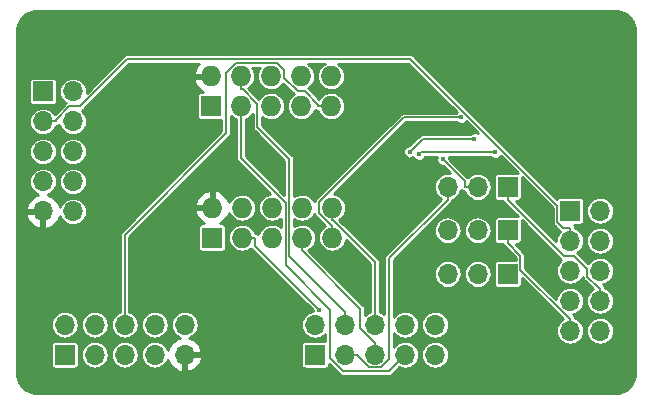
<source format=gbl>
G04 #@! TF.GenerationSoftware,KiCad,Pcbnew,6.0.0-unknown-0ba0c17~86~ubuntu19.04.1*
G04 #@! TF.CreationDate,2019-08-31T02:54:02-07:00*
G04 #@! TF.ProjectId,IOBoard,494f426f-6172-4642-9e6b-696361645f70,rev?*
G04 #@! TF.SameCoordinates,Original*
G04 #@! TF.FileFunction,Copper,L2,Bot*
G04 #@! TF.FilePolarity,Positive*
%FSLAX46Y46*%
G04 Gerber Fmt 4.6, Leading zero omitted, Abs format (unit mm)*
G04 Created by KiCad (PCBNEW 6.0.0-unknown-0ba0c17~86~ubuntu19.04.1) date 2019-08-31 02:54:02*
%MOMM*%
%LPD*%
G04 APERTURE LIST*
%ADD10O,1.727200X1.727200*%
%ADD11R,1.727200X1.727200*%
%ADD12O,1.700000X1.700000*%
%ADD13R,1.700000X1.700000*%
%ADD14C,0.450000*%
%ADD15C,0.152400*%
%ADD16C,0.254000*%
G04 APERTURE END LIST*
D10*
X88925400Y-87858600D03*
X88925400Y-90398600D03*
X86385400Y-87858600D03*
X86385400Y-90398600D03*
X83845400Y-87858600D03*
X83845400Y-90398600D03*
X81305400Y-87858600D03*
X81305400Y-90398600D03*
X78765400Y-87858600D03*
D11*
X78765400Y-90398600D03*
D10*
X89001600Y-98984000D03*
X89001600Y-101524000D03*
X86461600Y-98984000D03*
X86461600Y-101524000D03*
X83921600Y-98984000D03*
X83921600Y-101524000D03*
X81381600Y-98984000D03*
X81381600Y-101524000D03*
X78841600Y-98984000D03*
D11*
X78841600Y-101524000D03*
D12*
X98781000Y-97231200D03*
X101321000Y-97231200D03*
D13*
X103861000Y-97231200D03*
D12*
X98781000Y-104597000D03*
X101321000Y-104597000D03*
D13*
X103861000Y-104597000D03*
D12*
X98781000Y-100914000D03*
X101321000Y-100914000D03*
D13*
X103861000Y-100914000D03*
D12*
X67056000Y-99314000D03*
X64516000Y-99314000D03*
X67056000Y-96774000D03*
X64516000Y-96774000D03*
X67056000Y-94234000D03*
X64516000Y-94234000D03*
X67056000Y-91694000D03*
X64516000Y-91694000D03*
X67056000Y-89154000D03*
D13*
X64516000Y-89154000D03*
D12*
X76517500Y-108902000D03*
X76517500Y-111442000D03*
X73977500Y-108902000D03*
X73977500Y-111442000D03*
X71437500Y-108902000D03*
X71437500Y-111442000D03*
X68897500Y-108902000D03*
X68897500Y-111442000D03*
X66357500Y-108902000D03*
D13*
X66357500Y-111442000D03*
D12*
X111696000Y-109410500D03*
X109156000Y-109410500D03*
X111696000Y-106870500D03*
X109156000Y-106870500D03*
X111696000Y-104330500D03*
X109156000Y-104330500D03*
X111696000Y-101790500D03*
X109156000Y-101790500D03*
X111696000Y-99250500D03*
D13*
X109156000Y-99250500D03*
D12*
X97726500Y-108902000D03*
X97726500Y-111442000D03*
X95186500Y-108902000D03*
X95186500Y-111442000D03*
X92646500Y-108902000D03*
X92646500Y-111442000D03*
X90106500Y-108902000D03*
X90106500Y-111442000D03*
X87566500Y-108902000D03*
D13*
X87566500Y-111442000D03*
D14*
X99901200Y-91354000D03*
X95566900Y-94269700D03*
X101054400Y-93159500D03*
X96353600Y-94480700D03*
X102788400Y-94316500D03*
X87909600Y-107665200D03*
X98377900Y-94899600D03*
X105000000Y-91000000D03*
X107000000Y-96000000D03*
X109000000Y-97000000D03*
X107000000Y-100000000D03*
X107000000Y-103000000D03*
X75438000Y-89027000D03*
X82931000Y-94361000D03*
X87503000Y-92202000D03*
X91440000Y-91948000D03*
X92583000Y-89154000D03*
X87884000Y-94488000D03*
X89916000Y-94742000D03*
X93091000Y-95250000D03*
X91567000Y-97155000D03*
X96393000Y-91948000D03*
X96393000Y-98679000D03*
X90678000Y-102870000D03*
X93218000Y-105918000D03*
X92075000Y-106807000D03*
X80772000Y-108331000D03*
X82677000Y-106807000D03*
X80518000Y-103759000D03*
X80010000Y-105791000D03*
X76454000Y-105791000D03*
X76327000Y-102362000D03*
X68834000Y-103759000D03*
X69469000Y-101346000D03*
D15*
X95186500Y-111442000D02*
X93790700Y-112837800D01*
X93790700Y-112837800D02*
X89959000Y-112837800D01*
X89959000Y-112837800D02*
X88836500Y-111715300D01*
X88836500Y-111715300D02*
X88836500Y-107619300D01*
X88836500Y-107619300D02*
X85063800Y-103846600D01*
X85063800Y-103846600D02*
X85063800Y-98562700D01*
X85063800Y-98562700D02*
X81305400Y-94804300D01*
X81305400Y-94804300D02*
X81305400Y-90398600D01*
X89001600Y-98984000D02*
X89001600Y-100076500D01*
X92646500Y-108902000D02*
X92646500Y-103608200D01*
X92646500Y-103608200D02*
X89114800Y-100076500D01*
X89114800Y-100076500D02*
X89001600Y-100076500D01*
X92646500Y-111442000D02*
X92646500Y-110363100D01*
X86461600Y-101524000D02*
X86461600Y-102616500D01*
X86461600Y-102616500D02*
X91376500Y-107531400D01*
X91376500Y-107531400D02*
X91376500Y-109204900D01*
X91376500Y-109204900D02*
X92534700Y-110363100D01*
X92534700Y-110363100D02*
X92646500Y-110363100D01*
X81305400Y-87858600D02*
X81305400Y-88951100D01*
X90106500Y-108902000D02*
X90106500Y-107823100D01*
X90106500Y-107823100D02*
X85369000Y-103085600D01*
X85369000Y-103085600D02*
X85369000Y-94830600D01*
X85369000Y-94830600D02*
X82683400Y-92145000D01*
X82683400Y-92145000D02*
X82683400Y-90215900D01*
X82683400Y-90215900D02*
X81418600Y-88951100D01*
X81418600Y-88951100D02*
X81305400Y-88951100D01*
X98781000Y-97231200D02*
X98781000Y-98310100D01*
X90106500Y-111442000D02*
X91185400Y-111442000D01*
X91185400Y-111442000D02*
X91185400Y-111576900D01*
X91185400Y-111576900D02*
X92130500Y-112522000D01*
X92130500Y-112522000D02*
X93130500Y-112522000D01*
X93130500Y-112522000D02*
X93819500Y-111833000D01*
X93819500Y-111833000D02*
X93819500Y-103271600D01*
X93819500Y-103271600D02*
X98781000Y-98310100D01*
X103861000Y-100914000D02*
X103861000Y-101992900D01*
X109156000Y-109410500D02*
X109156000Y-108331600D01*
X109156000Y-108331600D02*
X109021000Y-108331600D01*
X109021000Y-108331600D02*
X104939900Y-104250500D01*
X104939900Y-104250500D02*
X104939900Y-103071800D01*
X104939900Y-103071800D02*
X103861000Y-101992900D01*
X103861000Y-97231200D02*
X103861000Y-98310100D01*
X111696000Y-106870500D02*
X111696000Y-105791600D01*
X111696000Y-105791600D02*
X111561000Y-105791600D01*
X111561000Y-105791600D02*
X110617100Y-104847700D01*
X110617100Y-104847700D02*
X110617100Y-104216900D01*
X110617100Y-104216900D02*
X109460700Y-103060500D01*
X109460700Y-103060500D02*
X108611400Y-103060500D01*
X108611400Y-103060500D02*
X103861000Y-98310100D01*
X64516000Y-91694000D02*
X65594900Y-91694000D01*
X109156000Y-101790500D02*
X109156000Y-100711600D01*
X109156000Y-100711600D02*
X108565900Y-100711600D01*
X108565900Y-100711600D02*
X108077100Y-100222800D01*
X108077100Y-100222800D02*
X108077100Y-98844500D01*
X108077100Y-98844500D02*
X95632500Y-86399900D01*
X95632500Y-86399900D02*
X71662700Y-86399900D01*
X71662700Y-86399900D02*
X67638600Y-90424000D01*
X67638600Y-90424000D02*
X66753100Y-90424000D01*
X66753100Y-90424000D02*
X65594900Y-91582200D01*
X65594900Y-91582200D02*
X65594900Y-91694000D01*
X89001600Y-101524000D02*
X89001600Y-100431500D01*
X99901200Y-91354000D02*
X95076600Y-91354000D01*
X95076600Y-91354000D02*
X87909000Y-98521600D01*
X87909000Y-98521600D02*
X87909000Y-99452100D01*
X87909000Y-99452100D02*
X88888400Y-100431500D01*
X88888400Y-100431500D02*
X89001600Y-100431500D01*
X101054400Y-93159500D02*
X96677100Y-93159500D01*
X96677100Y-93159500D02*
X95566900Y-94269700D01*
X102788400Y-94316500D02*
X96517800Y-94316500D01*
X96517800Y-94316500D02*
X96353600Y-94480700D01*
X81381600Y-101524000D02*
X82474100Y-101524000D01*
X87909600Y-107665200D02*
X82474100Y-102229700D01*
X82474100Y-102229700D02*
X82474100Y-101524000D01*
X88925400Y-90398600D02*
X87832900Y-90398600D01*
X71437500Y-108902000D02*
X71437500Y-101286600D01*
X71437500Y-101286600D02*
X80035400Y-92688700D01*
X80035400Y-92688700D02*
X80035400Y-87574200D01*
X80035400Y-87574200D02*
X80871200Y-86738400D01*
X80871200Y-86738400D02*
X84311000Y-86738400D01*
X84311000Y-86738400D02*
X84938000Y-87365400D01*
X84938000Y-87365400D02*
X84938000Y-87976000D01*
X84938000Y-87976000D02*
X86090600Y-89128600D01*
X86090600Y-89128600D02*
X86676100Y-89128600D01*
X86676100Y-89128600D02*
X87832900Y-90285400D01*
X87832900Y-90285400D02*
X87832900Y-90398600D01*
X101321000Y-97231200D02*
X100242100Y-97231200D01*
X100242100Y-97231200D02*
X100242100Y-96763800D01*
X100242100Y-96763800D02*
X98377900Y-94899600D01*
D16*
G36*
X62329200Y-99442000D02*
G01*
X63026513Y-99442000D01*
X63089456Y-99741983D01*
X63181961Y-99976222D01*
X63312610Y-100191526D01*
X63477669Y-100381739D01*
X63672416Y-100541422D01*
X63891284Y-100666009D01*
X64130831Y-100752960D01*
X64388000Y-100787047D01*
X64388000Y-99442000D01*
X63026513Y-99442000D01*
X62329200Y-99442000D01*
X62329200Y-99186000D01*
X63035957Y-99186000D01*
X64644000Y-99186000D01*
X64644000Y-100813978D01*
X65010708Y-100718800D01*
X65240329Y-100615363D01*
X65449240Y-100474716D01*
X65631466Y-100300881D01*
X65781797Y-100098828D01*
X65895936Y-99874334D01*
X65945078Y-99716070D01*
X65957381Y-99757871D01*
X66064519Y-99962807D01*
X66209422Y-100143030D01*
X66386571Y-100291676D01*
X66589218Y-100403082D01*
X66810069Y-100473141D01*
X67000921Y-100493200D01*
X67114125Y-100493200D01*
X67286148Y-100476333D01*
X67507530Y-100409493D01*
X67711714Y-100300927D01*
X67890921Y-100154770D01*
X68038326Y-99976587D01*
X68148315Y-99773167D01*
X68216698Y-99552257D01*
X68240870Y-99322272D01*
X68219912Y-99091972D01*
X68154619Y-98870129D01*
X68047481Y-98665193D01*
X67902578Y-98484970D01*
X67725429Y-98336324D01*
X67522782Y-98224918D01*
X67301931Y-98154859D01*
X67111079Y-98134800D01*
X66997875Y-98134800D01*
X66825852Y-98151667D01*
X66604470Y-98218507D01*
X66400286Y-98327073D01*
X66221079Y-98473230D01*
X66073674Y-98651413D01*
X65963685Y-98854833D01*
X65947185Y-98908136D01*
X65942544Y-98886017D01*
X65850039Y-98651778D01*
X65719390Y-98436474D01*
X65554331Y-98246261D01*
X65359584Y-98086578D01*
X65140716Y-97961991D01*
X64922960Y-97882950D01*
X64967530Y-97869493D01*
X65171714Y-97760927D01*
X65350921Y-97614770D01*
X65498326Y-97436587D01*
X65608315Y-97233167D01*
X65676698Y-97012257D01*
X65700870Y-96782272D01*
X65699365Y-96765728D01*
X65871130Y-96765728D01*
X65892088Y-96996028D01*
X65957381Y-97217871D01*
X66064519Y-97422807D01*
X66209422Y-97603030D01*
X66386571Y-97751676D01*
X66589218Y-97863082D01*
X66810069Y-97933141D01*
X67000921Y-97953200D01*
X67114125Y-97953200D01*
X67286148Y-97936333D01*
X67507530Y-97869493D01*
X67711714Y-97760927D01*
X67890921Y-97614770D01*
X68038326Y-97436587D01*
X68148315Y-97233167D01*
X68216698Y-97012257D01*
X68240870Y-96782272D01*
X68219912Y-96551972D01*
X68154619Y-96330129D01*
X68047481Y-96125193D01*
X67902578Y-95944970D01*
X67725429Y-95796324D01*
X67522782Y-95684918D01*
X67301931Y-95614859D01*
X67111079Y-95594800D01*
X66997875Y-95594800D01*
X66825852Y-95611667D01*
X66604470Y-95678507D01*
X66400286Y-95787073D01*
X66221079Y-95933230D01*
X66073674Y-96111413D01*
X65963685Y-96314833D01*
X65895302Y-96535743D01*
X65871130Y-96765728D01*
X65699365Y-96765728D01*
X65679912Y-96551972D01*
X65614619Y-96330129D01*
X65507481Y-96125193D01*
X65362578Y-95944970D01*
X65185429Y-95796324D01*
X64982782Y-95684918D01*
X64761931Y-95614859D01*
X64571079Y-95594800D01*
X64457875Y-95594800D01*
X64285852Y-95611667D01*
X64064470Y-95678507D01*
X63860286Y-95787073D01*
X63681079Y-95933230D01*
X63533674Y-96111413D01*
X63423685Y-96314833D01*
X63355302Y-96535743D01*
X63331130Y-96765728D01*
X63352088Y-96996028D01*
X63417381Y-97217871D01*
X63524519Y-97422807D01*
X63669422Y-97603030D01*
X63846571Y-97751676D01*
X64049218Y-97863082D01*
X64116610Y-97884460D01*
X64021292Y-97909200D01*
X63791671Y-98012637D01*
X63582760Y-98153284D01*
X63400534Y-98327119D01*
X63250203Y-98529172D01*
X63136064Y-98753666D01*
X63061382Y-98994181D01*
X63035957Y-99186000D01*
X62329200Y-99186000D01*
X62329200Y-94225728D01*
X63331130Y-94225728D01*
X63352088Y-94456028D01*
X63417381Y-94677871D01*
X63524519Y-94882807D01*
X63669422Y-95063030D01*
X63846571Y-95211676D01*
X64049218Y-95323082D01*
X64270069Y-95393141D01*
X64460921Y-95413200D01*
X64574125Y-95413200D01*
X64746148Y-95396333D01*
X64967530Y-95329493D01*
X65171714Y-95220927D01*
X65350921Y-95074770D01*
X65498326Y-94896587D01*
X65608315Y-94693167D01*
X65676698Y-94472257D01*
X65700870Y-94242272D01*
X65699365Y-94225728D01*
X65871130Y-94225728D01*
X65892088Y-94456028D01*
X65957381Y-94677871D01*
X66064519Y-94882807D01*
X66209422Y-95063030D01*
X66386571Y-95211676D01*
X66589218Y-95323082D01*
X66810069Y-95393141D01*
X67000921Y-95413200D01*
X67114125Y-95413200D01*
X67286148Y-95396333D01*
X67507530Y-95329493D01*
X67711714Y-95220927D01*
X67890921Y-95074770D01*
X68038326Y-94896587D01*
X68148315Y-94693167D01*
X68216698Y-94472257D01*
X68240870Y-94242272D01*
X68219912Y-94011972D01*
X68154619Y-93790129D01*
X68047481Y-93585193D01*
X67902578Y-93404970D01*
X67725429Y-93256324D01*
X67522782Y-93144918D01*
X67301931Y-93074859D01*
X67111079Y-93054800D01*
X66997875Y-93054800D01*
X66825852Y-93071667D01*
X66604470Y-93138507D01*
X66400286Y-93247073D01*
X66221079Y-93393230D01*
X66073674Y-93571413D01*
X65963685Y-93774833D01*
X65895302Y-93995743D01*
X65871130Y-94225728D01*
X65699365Y-94225728D01*
X65679912Y-94011972D01*
X65614619Y-93790129D01*
X65507481Y-93585193D01*
X65362578Y-93404970D01*
X65185429Y-93256324D01*
X64982782Y-93144918D01*
X64761931Y-93074859D01*
X64571079Y-93054800D01*
X64457875Y-93054800D01*
X64285852Y-93071667D01*
X64064470Y-93138507D01*
X63860286Y-93247073D01*
X63681079Y-93393230D01*
X63533674Y-93571413D01*
X63423685Y-93774833D01*
X63355302Y-93995743D01*
X63331130Y-94225728D01*
X62329200Y-94225728D01*
X62329200Y-91685728D01*
X63331130Y-91685728D01*
X63352088Y-91916028D01*
X63417381Y-92137871D01*
X63524519Y-92342807D01*
X63669422Y-92523030D01*
X63846571Y-92671676D01*
X64049218Y-92783082D01*
X64270069Y-92853141D01*
X64460921Y-92873200D01*
X64574125Y-92873200D01*
X64746148Y-92856333D01*
X64967530Y-92789493D01*
X65171714Y-92680927D01*
X65350921Y-92534770D01*
X65498326Y-92356587D01*
X65608315Y-92153167D01*
X65624948Y-92099434D01*
X65687024Y-92099488D01*
X65729396Y-92079141D01*
X65775225Y-92068687D01*
X65811707Y-92039616D01*
X65853754Y-92019426D01*
X65883109Y-91982719D01*
X65906282Y-91964254D01*
X65957381Y-92137871D01*
X66064519Y-92342807D01*
X66209422Y-92523030D01*
X66386571Y-92671676D01*
X66589218Y-92783082D01*
X66810069Y-92853141D01*
X67000921Y-92873200D01*
X67114125Y-92873200D01*
X67286148Y-92856333D01*
X67507530Y-92789493D01*
X67711714Y-92680927D01*
X67890921Y-92534770D01*
X68038326Y-92356587D01*
X68148315Y-92153167D01*
X68216698Y-91932257D01*
X68240870Y-91702272D01*
X68219912Y-91471972D01*
X68154619Y-91250129D01*
X68047481Y-91045193D01*
X67902578Y-90864970D01*
X67821315Y-90796782D01*
X67873780Y-90754976D01*
X67893006Y-90742915D01*
X67909050Y-90726870D01*
X67963573Y-90683423D01*
X67973894Y-90662027D01*
X71830621Y-86805300D01*
X77699853Y-86805300D01*
X77639710Y-86862674D01*
X77488002Y-87066579D01*
X77372817Y-87293130D01*
X77297450Y-87535850D01*
X77271639Y-87730600D01*
X78893400Y-87730600D01*
X78893400Y-87986600D01*
X77262016Y-87986600D01*
X77325782Y-88290506D01*
X77419135Y-88526892D01*
X77550981Y-88744170D01*
X77717553Y-88936125D01*
X77914084Y-89097271D01*
X78097748Y-89201819D01*
X77889390Y-89201819D01*
X77773352Y-89224901D01*
X77664460Y-89297660D01*
X77591701Y-89406552D01*
X77568619Y-89522590D01*
X77568619Y-91274610D01*
X77591701Y-91390648D01*
X77664460Y-91499540D01*
X77773352Y-91572299D01*
X77889390Y-91595381D01*
X79630000Y-91595381D01*
X79630000Y-92520778D01*
X71199730Y-100951050D01*
X71178647Y-100961174D01*
X71134885Y-101015895D01*
X71118533Y-101032246D01*
X71106513Y-101051373D01*
X71063093Y-101105665D01*
X71057763Y-101128936D01*
X71045049Y-101149165D01*
X71037170Y-101218853D01*
X71032101Y-101240984D01*
X71032101Y-101263684D01*
X71024269Y-101332949D01*
X71032101Y-101355376D01*
X71032100Y-107792579D01*
X70985970Y-107806507D01*
X70781786Y-107915073D01*
X70602579Y-108061230D01*
X70455174Y-108239413D01*
X70345185Y-108442833D01*
X70276802Y-108663743D01*
X70252630Y-108893728D01*
X70273588Y-109124028D01*
X70338881Y-109345871D01*
X70446019Y-109550807D01*
X70590922Y-109731030D01*
X70768071Y-109879676D01*
X70970718Y-109991082D01*
X71191569Y-110061141D01*
X71382421Y-110081200D01*
X71495625Y-110081200D01*
X71667648Y-110064333D01*
X71889030Y-109997493D01*
X72093214Y-109888927D01*
X72272421Y-109742770D01*
X72419826Y-109564587D01*
X72529815Y-109361167D01*
X72598198Y-109140257D01*
X72622370Y-108910272D01*
X72620865Y-108893728D01*
X72792630Y-108893728D01*
X72813588Y-109124028D01*
X72878881Y-109345871D01*
X72986019Y-109550807D01*
X73130922Y-109731030D01*
X73308071Y-109879676D01*
X73510718Y-109991082D01*
X73731569Y-110061141D01*
X73922421Y-110081200D01*
X74035625Y-110081200D01*
X74207648Y-110064333D01*
X74429030Y-109997493D01*
X74633214Y-109888927D01*
X74812421Y-109742770D01*
X74959826Y-109564587D01*
X75069815Y-109361167D01*
X75138198Y-109140257D01*
X75162370Y-108910272D01*
X75141412Y-108679972D01*
X75076119Y-108458129D01*
X74968981Y-108253193D01*
X74824078Y-108072970D01*
X74646929Y-107924324D01*
X74444282Y-107812918D01*
X74223431Y-107742859D01*
X74032579Y-107722800D01*
X73919375Y-107722800D01*
X73747352Y-107739667D01*
X73525970Y-107806507D01*
X73321786Y-107915073D01*
X73142579Y-108061230D01*
X72995174Y-108239413D01*
X72885185Y-108442833D01*
X72816802Y-108663743D01*
X72792630Y-108893728D01*
X72620865Y-108893728D01*
X72601412Y-108679972D01*
X72536119Y-108458129D01*
X72428981Y-108253193D01*
X72284078Y-108072970D01*
X72106929Y-107924324D01*
X71904282Y-107812918D01*
X71842900Y-107793446D01*
X71842900Y-101454520D01*
X74185420Y-99112000D01*
X77338216Y-99112000D01*
X77401982Y-99415906D01*
X77495335Y-99652292D01*
X77627181Y-99869570D01*
X77793753Y-100061525D01*
X77990284Y-100222671D01*
X78173948Y-100327219D01*
X77965590Y-100327219D01*
X77849552Y-100350301D01*
X77740660Y-100423060D01*
X77667901Y-100531952D01*
X77644819Y-100647990D01*
X77644819Y-102400010D01*
X77667901Y-102516048D01*
X77740660Y-102624940D01*
X77849552Y-102697699D01*
X77965590Y-102720781D01*
X79717610Y-102720781D01*
X79833648Y-102697699D01*
X79942540Y-102624940D01*
X80015299Y-102516048D01*
X80038381Y-102400010D01*
X80038381Y-100647990D01*
X80015299Y-100531952D01*
X79942540Y-100423060D01*
X79833648Y-100350301D01*
X79717610Y-100327219D01*
X79506127Y-100327219D01*
X79572567Y-100297290D01*
X79783393Y-100155355D01*
X79967290Y-99979926D01*
X80118998Y-99776021D01*
X80234183Y-99549470D01*
X80270336Y-99433040D01*
X80378683Y-99640290D01*
X80525258Y-99822592D01*
X80704450Y-99972952D01*
X80909435Y-100085643D01*
X81132828Y-100156508D01*
X81325894Y-100176800D01*
X81440399Y-100176800D01*
X81614403Y-100159739D01*
X81838338Y-100092128D01*
X82044876Y-99982310D01*
X82226150Y-99834467D01*
X82375256Y-99654229D01*
X82486513Y-99448463D01*
X82555684Y-99225005D01*
X82580136Y-98992368D01*
X82558936Y-98759412D01*
X82492890Y-98535009D01*
X82384517Y-98327710D01*
X82237942Y-98145408D01*
X82058750Y-97995048D01*
X81853765Y-97882357D01*
X81630372Y-97811492D01*
X81437306Y-97791200D01*
X81322801Y-97791200D01*
X81148797Y-97808261D01*
X80924862Y-97875872D01*
X80718324Y-97985690D01*
X80537050Y-98133533D01*
X80387944Y-98313771D01*
X80276687Y-98519537D01*
X80273028Y-98531356D01*
X80187865Y-98315708D01*
X80056019Y-98098430D01*
X79889447Y-97906475D01*
X79692916Y-97745329D01*
X79472042Y-97619600D01*
X79230325Y-97531861D01*
X78969600Y-97497304D01*
X78969600Y-99112000D01*
X77338216Y-99112000D01*
X74185420Y-99112000D01*
X74441420Y-98856000D01*
X77347839Y-98856000D01*
X78713600Y-98856000D01*
X78713600Y-97469970D01*
X78342358Y-97566325D01*
X78110633Y-97670710D01*
X77899807Y-97812645D01*
X77715910Y-97988074D01*
X77564202Y-98191979D01*
X77449017Y-98418530D01*
X77373650Y-98661250D01*
X77347839Y-98856000D01*
X74441420Y-98856000D01*
X80273171Y-93024250D01*
X80294254Y-93014126D01*
X80338016Y-92959405D01*
X80354366Y-92943056D01*
X80366387Y-92923929D01*
X80409808Y-92869635D01*
X80415138Y-92846366D01*
X80427853Y-92826135D01*
X80435730Y-92756454D01*
X80440800Y-92734317D01*
X80440800Y-92711607D01*
X80448630Y-92642349D01*
X80440800Y-92619927D01*
X80440800Y-91226921D01*
X80449058Y-91237192D01*
X80628250Y-91387552D01*
X80833235Y-91500243D01*
X80900001Y-91521423D01*
X80900000Y-94735165D01*
X80892252Y-94757228D01*
X80900000Y-94826852D01*
X80900000Y-94849986D01*
X80905027Y-94872021D01*
X80912714Y-94941108D01*
X80925399Y-94961328D01*
X80930712Y-94984622D01*
X80974417Y-95039470D01*
X80986485Y-95058706D01*
X81002530Y-95074751D01*
X81045976Y-95129273D01*
X81067374Y-95139594D01*
X83731821Y-97804043D01*
X83688797Y-97808261D01*
X83464862Y-97875872D01*
X83258324Y-97985690D01*
X83077050Y-98133533D01*
X82927944Y-98313771D01*
X82816687Y-98519537D01*
X82747516Y-98742995D01*
X82723064Y-98975632D01*
X82744264Y-99208588D01*
X82810310Y-99432991D01*
X82918683Y-99640290D01*
X83065258Y-99822592D01*
X83244450Y-99972952D01*
X83449435Y-100085643D01*
X83672828Y-100156508D01*
X83865894Y-100176800D01*
X83980399Y-100176800D01*
X84154403Y-100159739D01*
X84378338Y-100092128D01*
X84584876Y-99982310D01*
X84658401Y-99922345D01*
X84658401Y-100585101D01*
X84598750Y-100535048D01*
X84393765Y-100422357D01*
X84170372Y-100351492D01*
X83977306Y-100331200D01*
X83862801Y-100331200D01*
X83688797Y-100348261D01*
X83464862Y-100415872D01*
X83258324Y-100525690D01*
X83077050Y-100673533D01*
X82927944Y-100853771D01*
X82816687Y-101059537D01*
X82762321Y-101235166D01*
X82733523Y-101199027D01*
X82691510Y-101178763D01*
X82655035Y-101149592D01*
X82609331Y-101139124D01*
X82566931Y-101118673D01*
X82520070Y-101118632D01*
X82519930Y-101118600D01*
X82505720Y-101118600D01*
X82492890Y-101075009D01*
X82384517Y-100867710D01*
X82237942Y-100685408D01*
X82058750Y-100535048D01*
X81853765Y-100422357D01*
X81630372Y-100351492D01*
X81437306Y-100331200D01*
X81322801Y-100331200D01*
X81148797Y-100348261D01*
X80924862Y-100415872D01*
X80718324Y-100525690D01*
X80537050Y-100673533D01*
X80387944Y-100853771D01*
X80276687Y-101059537D01*
X80207516Y-101282995D01*
X80183064Y-101515632D01*
X80204264Y-101748588D01*
X80270310Y-101972991D01*
X80378683Y-102180290D01*
X80525258Y-102362592D01*
X80704450Y-102512952D01*
X80909435Y-102625643D01*
X81132828Y-102696508D01*
X81325894Y-102716800D01*
X81440399Y-102716800D01*
X81614403Y-102699739D01*
X81838338Y-102632128D01*
X82044876Y-102522310D01*
X82132162Y-102451121D01*
X82143117Y-102464870D01*
X82155185Y-102484106D01*
X82171230Y-102500151D01*
X82214676Y-102554673D01*
X82236074Y-102564994D01*
X87349319Y-107678240D01*
X87359589Y-107737389D01*
X87336352Y-107739667D01*
X87114970Y-107806507D01*
X86910786Y-107915073D01*
X86731579Y-108061230D01*
X86584174Y-108239413D01*
X86474185Y-108442833D01*
X86405802Y-108663743D01*
X86381630Y-108893728D01*
X86402588Y-109124028D01*
X86467881Y-109345871D01*
X86575019Y-109550807D01*
X86719922Y-109731030D01*
X86897071Y-109879676D01*
X87099718Y-109991082D01*
X87320569Y-110061141D01*
X87511421Y-110081200D01*
X87624625Y-110081200D01*
X87796648Y-110064333D01*
X88018030Y-109997493D01*
X88222214Y-109888927D01*
X88401421Y-109742770D01*
X88431101Y-109706893D01*
X88431100Y-110259255D01*
X88428910Y-110258819D01*
X86704090Y-110258819D01*
X86588052Y-110281901D01*
X86479160Y-110354660D01*
X86406401Y-110463552D01*
X86383319Y-110579590D01*
X86383319Y-112304410D01*
X86406401Y-112420448D01*
X86479160Y-112529340D01*
X86588052Y-112602099D01*
X86704090Y-112625181D01*
X88428910Y-112625181D01*
X88544948Y-112602099D01*
X88653840Y-112529340D01*
X88726599Y-112420448D01*
X88749681Y-112304410D01*
X88749681Y-112201801D01*
X89623450Y-113075571D01*
X89633574Y-113096654D01*
X89688295Y-113140416D01*
X89704644Y-113156766D01*
X89723771Y-113168787D01*
X89778065Y-113212208D01*
X89801334Y-113217538D01*
X89821565Y-113230253D01*
X89891246Y-113238130D01*
X89913383Y-113243200D01*
X89936093Y-113243200D01*
X90005351Y-113251030D01*
X90027773Y-113243200D01*
X93721565Y-113243200D01*
X93743628Y-113250948D01*
X93813252Y-113243200D01*
X93836387Y-113243200D01*
X93858420Y-113238174D01*
X93927508Y-113230486D01*
X93947728Y-113217801D01*
X93971023Y-113212488D01*
X94025880Y-113168776D01*
X94045106Y-113156715D01*
X94061150Y-113140670D01*
X94115673Y-113097223D01*
X94125993Y-113075828D01*
X94688114Y-112513708D01*
X94719718Y-112531082D01*
X94940569Y-112601141D01*
X95131421Y-112621200D01*
X95244625Y-112621200D01*
X95416648Y-112604333D01*
X95638030Y-112537493D01*
X95842214Y-112428927D01*
X96021421Y-112282770D01*
X96168826Y-112104587D01*
X96278815Y-111901167D01*
X96347198Y-111680257D01*
X96371370Y-111450272D01*
X96369865Y-111433728D01*
X96541630Y-111433728D01*
X96562588Y-111664028D01*
X96627881Y-111885871D01*
X96735019Y-112090807D01*
X96879922Y-112271030D01*
X97057071Y-112419676D01*
X97259718Y-112531082D01*
X97480569Y-112601141D01*
X97671421Y-112621200D01*
X97784625Y-112621200D01*
X97956648Y-112604333D01*
X98178030Y-112537493D01*
X98382214Y-112428927D01*
X98561421Y-112282770D01*
X98708826Y-112104587D01*
X98818815Y-111901167D01*
X98887198Y-111680257D01*
X98911370Y-111450272D01*
X98890412Y-111219972D01*
X98825119Y-110998129D01*
X98717981Y-110793193D01*
X98573078Y-110612970D01*
X98395929Y-110464324D01*
X98193282Y-110352918D01*
X97972431Y-110282859D01*
X97781579Y-110262800D01*
X97668375Y-110262800D01*
X97496352Y-110279667D01*
X97274970Y-110346507D01*
X97070786Y-110455073D01*
X96891579Y-110601230D01*
X96744174Y-110779413D01*
X96634185Y-110982833D01*
X96565802Y-111203743D01*
X96541630Y-111433728D01*
X96369865Y-111433728D01*
X96350412Y-111219972D01*
X96285119Y-110998129D01*
X96177981Y-110793193D01*
X96033078Y-110612970D01*
X95855929Y-110464324D01*
X95653282Y-110352918D01*
X95432431Y-110282859D01*
X95241579Y-110262800D01*
X95128375Y-110262800D01*
X94956352Y-110279667D01*
X94734970Y-110346507D01*
X94530786Y-110455073D01*
X94351579Y-110601230D01*
X94224900Y-110754359D01*
X94224900Y-109587971D01*
X94339922Y-109731030D01*
X94517071Y-109879676D01*
X94719718Y-109991082D01*
X94940569Y-110061141D01*
X95131421Y-110081200D01*
X95244625Y-110081200D01*
X95416648Y-110064333D01*
X95638030Y-109997493D01*
X95842214Y-109888927D01*
X96021421Y-109742770D01*
X96168826Y-109564587D01*
X96278815Y-109361167D01*
X96347198Y-109140257D01*
X96371370Y-108910272D01*
X96369865Y-108893728D01*
X96541630Y-108893728D01*
X96562588Y-109124028D01*
X96627881Y-109345871D01*
X96735019Y-109550807D01*
X96879922Y-109731030D01*
X97057071Y-109879676D01*
X97259718Y-109991082D01*
X97480569Y-110061141D01*
X97671421Y-110081200D01*
X97784625Y-110081200D01*
X97956648Y-110064333D01*
X98178030Y-109997493D01*
X98382214Y-109888927D01*
X98561421Y-109742770D01*
X98708826Y-109564587D01*
X98818815Y-109361167D01*
X98887198Y-109140257D01*
X98911370Y-108910272D01*
X98890412Y-108679972D01*
X98825119Y-108458129D01*
X98717981Y-108253193D01*
X98573078Y-108072970D01*
X98395929Y-107924324D01*
X98193282Y-107812918D01*
X97972431Y-107742859D01*
X97781579Y-107722800D01*
X97668375Y-107722800D01*
X97496352Y-107739667D01*
X97274970Y-107806507D01*
X97070786Y-107915073D01*
X96891579Y-108061230D01*
X96744174Y-108239413D01*
X96634185Y-108442833D01*
X96565802Y-108663743D01*
X96541630Y-108893728D01*
X96369865Y-108893728D01*
X96350412Y-108679972D01*
X96285119Y-108458129D01*
X96177981Y-108253193D01*
X96033078Y-108072970D01*
X95855929Y-107924324D01*
X95653282Y-107812918D01*
X95432431Y-107742859D01*
X95241579Y-107722800D01*
X95128375Y-107722800D01*
X94956352Y-107739667D01*
X94734970Y-107806507D01*
X94530786Y-107915073D01*
X94351579Y-108061230D01*
X94224900Y-108214359D01*
X94224900Y-104588728D01*
X97596130Y-104588728D01*
X97617088Y-104819028D01*
X97682381Y-105040871D01*
X97789519Y-105245807D01*
X97934422Y-105426030D01*
X98111571Y-105574676D01*
X98314218Y-105686082D01*
X98535069Y-105756141D01*
X98725921Y-105776200D01*
X98839125Y-105776200D01*
X99011148Y-105759333D01*
X99232530Y-105692493D01*
X99436714Y-105583927D01*
X99615921Y-105437770D01*
X99763326Y-105259587D01*
X99873315Y-105056167D01*
X99941698Y-104835257D01*
X99965870Y-104605272D01*
X99964365Y-104588728D01*
X100136130Y-104588728D01*
X100157088Y-104819028D01*
X100222381Y-105040871D01*
X100329519Y-105245807D01*
X100474422Y-105426030D01*
X100651571Y-105574676D01*
X100854218Y-105686082D01*
X101075069Y-105756141D01*
X101265921Y-105776200D01*
X101379125Y-105776200D01*
X101551148Y-105759333D01*
X101772530Y-105692493D01*
X101976714Y-105583927D01*
X102155921Y-105437770D01*
X102303326Y-105259587D01*
X102413315Y-105056167D01*
X102481698Y-104835257D01*
X102505870Y-104605272D01*
X102484912Y-104374972D01*
X102419619Y-104153129D01*
X102312481Y-103948193D01*
X102167578Y-103767970D01*
X101990429Y-103619324D01*
X101787782Y-103507918D01*
X101566931Y-103437859D01*
X101376079Y-103417800D01*
X101262875Y-103417800D01*
X101090852Y-103434667D01*
X100869470Y-103501507D01*
X100665286Y-103610073D01*
X100486079Y-103756230D01*
X100338674Y-103934413D01*
X100228685Y-104137833D01*
X100160302Y-104358743D01*
X100136130Y-104588728D01*
X99964365Y-104588728D01*
X99944912Y-104374972D01*
X99879619Y-104153129D01*
X99772481Y-103948193D01*
X99627578Y-103767970D01*
X99450429Y-103619324D01*
X99247782Y-103507918D01*
X99026931Y-103437859D01*
X98836079Y-103417800D01*
X98722875Y-103417800D01*
X98550852Y-103434667D01*
X98329470Y-103501507D01*
X98125286Y-103610073D01*
X97946079Y-103756230D01*
X97798674Y-103934413D01*
X97688685Y-104137833D01*
X97620302Y-104358743D01*
X97596130Y-104588728D01*
X94224900Y-104588728D01*
X94224900Y-103439520D01*
X96758692Y-100905728D01*
X97596130Y-100905728D01*
X97617088Y-101136028D01*
X97682381Y-101357871D01*
X97789519Y-101562807D01*
X97934422Y-101743030D01*
X98111571Y-101891676D01*
X98314218Y-102003082D01*
X98535069Y-102073141D01*
X98725921Y-102093200D01*
X98839125Y-102093200D01*
X99011148Y-102076333D01*
X99232530Y-102009493D01*
X99436714Y-101900927D01*
X99615921Y-101754770D01*
X99763326Y-101576587D01*
X99873315Y-101373167D01*
X99941698Y-101152257D01*
X99965870Y-100922272D01*
X99964365Y-100905728D01*
X100136130Y-100905728D01*
X100157088Y-101136028D01*
X100222381Y-101357871D01*
X100329519Y-101562807D01*
X100474422Y-101743030D01*
X100651571Y-101891676D01*
X100854218Y-102003082D01*
X101075069Y-102073141D01*
X101265921Y-102093200D01*
X101379125Y-102093200D01*
X101551148Y-102076333D01*
X101772530Y-102009493D01*
X101976714Y-101900927D01*
X102155921Y-101754770D01*
X102303326Y-101576587D01*
X102413315Y-101373167D01*
X102481698Y-101152257D01*
X102505870Y-100922272D01*
X102484912Y-100691972D01*
X102419619Y-100470129D01*
X102312481Y-100265193D01*
X102167578Y-100084970D01*
X101990429Y-99936324D01*
X101787782Y-99824918D01*
X101566931Y-99754859D01*
X101376079Y-99734800D01*
X101262875Y-99734800D01*
X101090852Y-99751667D01*
X100869470Y-99818507D01*
X100665286Y-99927073D01*
X100486079Y-100073230D01*
X100338674Y-100251413D01*
X100228685Y-100454833D01*
X100160302Y-100675743D01*
X100136130Y-100905728D01*
X99964365Y-100905728D01*
X99944912Y-100691972D01*
X99879619Y-100470129D01*
X99772481Y-100265193D01*
X99627578Y-100084970D01*
X99450429Y-99936324D01*
X99247782Y-99824918D01*
X99026931Y-99754859D01*
X98836079Y-99734800D01*
X98722875Y-99734800D01*
X98550852Y-99751667D01*
X98329470Y-99818507D01*
X98125286Y-99927073D01*
X97946079Y-100073230D01*
X97798674Y-100251413D01*
X97688685Y-100454833D01*
X97620302Y-100675743D01*
X97596130Y-100905728D01*
X96758692Y-100905728D01*
X99018771Y-98645650D01*
X99039854Y-98635526D01*
X99083616Y-98580805D01*
X99099966Y-98564456D01*
X99111987Y-98545329D01*
X99155408Y-98491035D01*
X99160738Y-98467766D01*
X99173453Y-98447535D01*
X99181330Y-98377854D01*
X99186400Y-98355717D01*
X99186400Y-98340621D01*
X99232530Y-98326693D01*
X99436714Y-98218127D01*
X99615921Y-98071970D01*
X99763326Y-97893787D01*
X99873315Y-97690367D01*
X99931622Y-97502009D01*
X99953384Y-97519412D01*
X99982677Y-97556173D01*
X100024690Y-97576437D01*
X100061165Y-97605608D01*
X100106869Y-97616076D01*
X100149269Y-97636527D01*
X100196130Y-97636568D01*
X100196270Y-97636600D01*
X100211058Y-97636600D01*
X100222381Y-97675071D01*
X100329519Y-97880007D01*
X100474422Y-98060230D01*
X100651571Y-98208876D01*
X100854218Y-98320282D01*
X101075069Y-98390341D01*
X101265921Y-98410400D01*
X101379125Y-98410400D01*
X101551148Y-98393533D01*
X101772530Y-98326693D01*
X101976714Y-98218127D01*
X102155921Y-98071970D01*
X102303326Y-97893787D01*
X102413315Y-97690367D01*
X102481698Y-97469457D01*
X102505870Y-97239472D01*
X102484912Y-97009172D01*
X102419619Y-96787329D01*
X102312481Y-96582393D01*
X102167578Y-96402170D01*
X101990429Y-96253524D01*
X101787782Y-96142118D01*
X101566931Y-96072059D01*
X101376079Y-96052000D01*
X101262875Y-96052000D01*
X101090852Y-96068867D01*
X100869470Y-96135707D01*
X100665286Y-96244273D01*
X100486079Y-96390430D01*
X100466146Y-96414524D01*
X98931503Y-94879882D01*
X98932509Y-94797549D01*
X98903394Y-94721900D01*
X102406958Y-94721900D01*
X102528947Y-94817035D01*
X102726533Y-94876879D01*
X102932417Y-94861580D01*
X103118988Y-94773188D01*
X103261229Y-94623558D01*
X103267547Y-94608267D01*
X104707299Y-96048019D01*
X102998590Y-96048019D01*
X102882552Y-96071101D01*
X102773660Y-96143860D01*
X102700901Y-96252752D01*
X102677819Y-96368790D01*
X102677819Y-98093610D01*
X102700901Y-98209648D01*
X102773660Y-98318540D01*
X102882552Y-98391299D01*
X102998590Y-98414381D01*
X103464695Y-98414381D01*
X103468314Y-98446908D01*
X103481001Y-98467132D01*
X103486314Y-98490424D01*
X103530020Y-98545274D01*
X103542086Y-98564506D01*
X103558137Y-98580557D01*
X103601578Y-98635073D01*
X103622973Y-98645393D01*
X104708399Y-99730819D01*
X102998590Y-99730819D01*
X102882552Y-99753901D01*
X102773660Y-99826660D01*
X102700901Y-99935552D01*
X102677819Y-100051590D01*
X102677819Y-101776410D01*
X102700901Y-101892448D01*
X102773660Y-102001340D01*
X102882552Y-102074099D01*
X102998590Y-102097181D01*
X103464695Y-102097181D01*
X103468314Y-102129708D01*
X103481001Y-102149932D01*
X103486314Y-102173224D01*
X103530020Y-102228074D01*
X103542086Y-102247306D01*
X103558137Y-102263357D01*
X103601578Y-102317873D01*
X103622971Y-102328192D01*
X104534501Y-103239723D01*
X104534501Y-103413819D01*
X102998590Y-103413819D01*
X102882552Y-103436901D01*
X102773660Y-103509660D01*
X102700901Y-103618552D01*
X102677819Y-103734590D01*
X102677819Y-105459410D01*
X102700901Y-105575448D01*
X102773660Y-105684340D01*
X102882552Y-105757099D01*
X102998590Y-105780181D01*
X104723410Y-105780181D01*
X104839448Y-105757099D01*
X104948340Y-105684340D01*
X105021099Y-105575448D01*
X105044181Y-105459410D01*
X105044181Y-104928101D01*
X108525987Y-108409908D01*
X108500286Y-108423573D01*
X108321079Y-108569730D01*
X108173674Y-108747913D01*
X108063685Y-108951333D01*
X107995302Y-109172243D01*
X107971130Y-109402228D01*
X107992088Y-109632528D01*
X108057381Y-109854371D01*
X108164519Y-110059307D01*
X108309422Y-110239530D01*
X108486571Y-110388176D01*
X108689218Y-110499582D01*
X108910069Y-110569641D01*
X109100921Y-110589700D01*
X109214125Y-110589700D01*
X109386148Y-110572833D01*
X109607530Y-110505993D01*
X109811714Y-110397427D01*
X109990921Y-110251270D01*
X110138326Y-110073087D01*
X110248315Y-109869667D01*
X110316698Y-109648757D01*
X110340870Y-109418772D01*
X110339365Y-109402228D01*
X110511130Y-109402228D01*
X110532088Y-109632528D01*
X110597381Y-109854371D01*
X110704519Y-110059307D01*
X110849422Y-110239530D01*
X111026571Y-110388176D01*
X111229218Y-110499582D01*
X111450069Y-110569641D01*
X111640921Y-110589700D01*
X111754125Y-110589700D01*
X111926148Y-110572833D01*
X112147530Y-110505993D01*
X112351714Y-110397427D01*
X112530921Y-110251270D01*
X112678326Y-110073087D01*
X112788315Y-109869667D01*
X112856698Y-109648757D01*
X112880870Y-109418772D01*
X112859912Y-109188472D01*
X112794619Y-108966629D01*
X112687481Y-108761693D01*
X112542578Y-108581470D01*
X112365429Y-108432824D01*
X112162782Y-108321418D01*
X111941931Y-108251359D01*
X111751079Y-108231300D01*
X111637875Y-108231300D01*
X111465852Y-108248167D01*
X111244470Y-108315007D01*
X111040286Y-108423573D01*
X110861079Y-108569730D01*
X110713674Y-108747913D01*
X110603685Y-108951333D01*
X110535302Y-109172243D01*
X110511130Y-109402228D01*
X110339365Y-109402228D01*
X110319912Y-109188472D01*
X110254619Y-108966629D01*
X110147481Y-108761693D01*
X110002578Y-108581470D01*
X109825429Y-108432824D01*
X109622782Y-108321418D01*
X109561434Y-108301957D01*
X109561488Y-108239476D01*
X109541141Y-108197104D01*
X109530687Y-108151275D01*
X109501616Y-108114793D01*
X109481426Y-108072746D01*
X109444717Y-108043388D01*
X109426578Y-108020626D01*
X109607530Y-107965993D01*
X109811714Y-107857427D01*
X109990921Y-107711270D01*
X110138326Y-107533087D01*
X110248315Y-107329667D01*
X110316698Y-107108757D01*
X110340870Y-106878772D01*
X110319912Y-106648472D01*
X110254619Y-106426629D01*
X110147481Y-106221693D01*
X110002578Y-106041470D01*
X109825429Y-105892824D01*
X109622782Y-105781418D01*
X109401931Y-105711359D01*
X109211079Y-105691300D01*
X109097875Y-105691300D01*
X108925852Y-105708167D01*
X108704470Y-105775007D01*
X108500286Y-105883573D01*
X108321079Y-106029730D01*
X108173674Y-106207913D01*
X108063685Y-106411333D01*
X107995302Y-106632243D01*
X107985759Y-106723038D01*
X105345300Y-104082580D01*
X105345300Y-103140935D01*
X105353048Y-103118872D01*
X105345300Y-103049247D01*
X105345300Y-103026113D01*
X105340274Y-103004080D01*
X105332586Y-102934991D01*
X105319902Y-102914771D01*
X105314588Y-102891476D01*
X105270880Y-102836626D01*
X105258815Y-102817393D01*
X105242763Y-102801341D01*
X105199323Y-102746827D01*
X105177930Y-102736508D01*
X104538602Y-102097181D01*
X104723410Y-102097181D01*
X104839448Y-102074099D01*
X104948340Y-102001340D01*
X105021099Y-101892448D01*
X105044181Y-101776410D01*
X105044181Y-100066601D01*
X108275850Y-103298271D01*
X108285974Y-103319354D01*
X108340695Y-103363116D01*
X108357042Y-103379464D01*
X108376170Y-103391488D01*
X108409175Y-103417881D01*
X108321079Y-103489730D01*
X108173674Y-103667913D01*
X108063685Y-103871333D01*
X107995302Y-104092243D01*
X107971130Y-104322228D01*
X107992088Y-104552528D01*
X108057381Y-104774371D01*
X108164519Y-104979307D01*
X108309422Y-105159530D01*
X108486571Y-105308176D01*
X108689218Y-105419582D01*
X108910069Y-105489641D01*
X109100921Y-105509700D01*
X109214125Y-105509700D01*
X109386148Y-105492833D01*
X109607530Y-105425993D01*
X109811714Y-105317427D01*
X109990921Y-105171270D01*
X110138326Y-104993087D01*
X110210513Y-104859581D01*
X110211700Y-104870252D01*
X110211700Y-104893386D01*
X110216727Y-104915421D01*
X110224414Y-104984508D01*
X110237099Y-105004728D01*
X110242412Y-105028022D01*
X110286117Y-105082870D01*
X110298185Y-105102106D01*
X110314230Y-105118151D01*
X110357676Y-105172673D01*
X110379072Y-105182993D01*
X111065986Y-105869908D01*
X111040286Y-105883573D01*
X110861079Y-106029730D01*
X110713674Y-106207913D01*
X110603685Y-106411333D01*
X110535302Y-106632243D01*
X110511130Y-106862228D01*
X110532088Y-107092528D01*
X110597381Y-107314371D01*
X110704519Y-107519307D01*
X110849422Y-107699530D01*
X111026571Y-107848176D01*
X111229218Y-107959582D01*
X111450069Y-108029641D01*
X111640921Y-108049700D01*
X111754125Y-108049700D01*
X111926148Y-108032833D01*
X112147530Y-107965993D01*
X112351714Y-107857427D01*
X112530921Y-107711270D01*
X112678326Y-107533087D01*
X112788315Y-107329667D01*
X112856698Y-107108757D01*
X112880870Y-106878772D01*
X112859912Y-106648472D01*
X112794619Y-106426629D01*
X112687481Y-106221693D01*
X112542578Y-106041470D01*
X112365429Y-105892824D01*
X112162782Y-105781418D01*
X112101434Y-105761957D01*
X112101488Y-105699476D01*
X112081141Y-105657104D01*
X112070687Y-105611275D01*
X112041616Y-105574793D01*
X112021426Y-105532746D01*
X111984717Y-105503388D01*
X111966578Y-105480626D01*
X112147530Y-105425993D01*
X112351714Y-105317427D01*
X112530921Y-105171270D01*
X112678326Y-104993087D01*
X112788315Y-104789667D01*
X112856698Y-104568757D01*
X112880870Y-104338772D01*
X112859912Y-104108472D01*
X112794619Y-103886629D01*
X112687481Y-103681693D01*
X112542578Y-103501470D01*
X112365429Y-103352824D01*
X112162782Y-103241418D01*
X111941931Y-103171359D01*
X111751079Y-103151300D01*
X111637875Y-103151300D01*
X111465852Y-103168167D01*
X111244470Y-103235007D01*
X111040286Y-103343573D01*
X110861079Y-103489730D01*
X110713674Y-103667913D01*
X110688322Y-103714801D01*
X109796250Y-102822730D01*
X109786126Y-102801646D01*
X109778154Y-102795271D01*
X109811714Y-102777427D01*
X109990921Y-102631270D01*
X110138326Y-102453087D01*
X110248315Y-102249667D01*
X110316698Y-102028757D01*
X110340870Y-101798772D01*
X110339365Y-101782228D01*
X110511130Y-101782228D01*
X110532088Y-102012528D01*
X110597381Y-102234371D01*
X110704519Y-102439307D01*
X110849422Y-102619530D01*
X111026571Y-102768176D01*
X111229218Y-102879582D01*
X111450069Y-102949641D01*
X111640921Y-102969700D01*
X111754125Y-102969700D01*
X111926148Y-102952833D01*
X112147530Y-102885993D01*
X112351714Y-102777427D01*
X112530921Y-102631270D01*
X112678326Y-102453087D01*
X112788315Y-102249667D01*
X112856698Y-102028757D01*
X112880870Y-101798772D01*
X112859912Y-101568472D01*
X112794619Y-101346629D01*
X112687481Y-101141693D01*
X112542578Y-100961470D01*
X112365429Y-100812824D01*
X112162782Y-100701418D01*
X111941931Y-100631359D01*
X111751079Y-100611300D01*
X111637875Y-100611300D01*
X111465852Y-100628167D01*
X111244470Y-100695007D01*
X111040286Y-100803573D01*
X110861079Y-100949730D01*
X110713674Y-101127913D01*
X110603685Y-101331333D01*
X110535302Y-101552243D01*
X110511130Y-101782228D01*
X110339365Y-101782228D01*
X110319912Y-101568472D01*
X110254619Y-101346629D01*
X110147481Y-101141693D01*
X110002578Y-100961470D01*
X109825429Y-100812824D01*
X109622782Y-100701418D01*
X109561434Y-100681957D01*
X109561488Y-100619476D01*
X109541141Y-100577104D01*
X109530687Y-100531275D01*
X109501616Y-100494793D01*
X109481426Y-100452746D01*
X109457587Y-100433681D01*
X110018410Y-100433681D01*
X110134448Y-100410599D01*
X110243340Y-100337840D01*
X110316099Y-100228948D01*
X110339181Y-100112910D01*
X110339181Y-99242228D01*
X110511130Y-99242228D01*
X110532088Y-99472528D01*
X110597381Y-99694371D01*
X110704519Y-99899307D01*
X110849422Y-100079530D01*
X111026571Y-100228176D01*
X111229218Y-100339582D01*
X111450069Y-100409641D01*
X111640921Y-100429700D01*
X111754125Y-100429700D01*
X111926148Y-100412833D01*
X112147530Y-100345993D01*
X112351714Y-100237427D01*
X112530921Y-100091270D01*
X112678326Y-99913087D01*
X112788315Y-99709667D01*
X112856698Y-99488757D01*
X112880870Y-99258772D01*
X112859912Y-99028472D01*
X112794619Y-98806629D01*
X112687481Y-98601693D01*
X112542578Y-98421470D01*
X112365429Y-98272824D01*
X112162782Y-98161418D01*
X111941931Y-98091359D01*
X111751079Y-98071300D01*
X111637875Y-98071300D01*
X111465852Y-98088167D01*
X111244470Y-98155007D01*
X111040286Y-98263573D01*
X110861079Y-98409730D01*
X110713674Y-98587913D01*
X110603685Y-98791333D01*
X110535302Y-99012243D01*
X110511130Y-99242228D01*
X110339181Y-99242228D01*
X110339181Y-98388090D01*
X110316099Y-98272052D01*
X110243340Y-98163160D01*
X110134448Y-98090401D01*
X110018410Y-98067319D01*
X108293590Y-98067319D01*
X108177552Y-98090401D01*
X108068660Y-98163160D01*
X108028774Y-98222853D01*
X95968050Y-86162130D01*
X95957926Y-86141046D01*
X95903200Y-86097280D01*
X95886856Y-86080935D01*
X95867730Y-86068914D01*
X95813435Y-86025493D01*
X95790162Y-86020162D01*
X95769933Y-86007449D01*
X95700253Y-85999570D01*
X95678115Y-85994500D01*
X95655407Y-85994500D01*
X95586150Y-85986669D01*
X95563727Y-85994500D01*
X71731835Y-85994500D01*
X71709772Y-85986752D01*
X71640148Y-85994500D01*
X71617013Y-85994500D01*
X71594980Y-85999526D01*
X71525894Y-86007214D01*
X71505674Y-86019898D01*
X71482376Y-86025212D01*
X71427528Y-86068918D01*
X71408295Y-86080982D01*
X71392236Y-86097041D01*
X71337727Y-86140477D01*
X71327408Y-86161870D01*
X68230753Y-89258526D01*
X68240870Y-89162272D01*
X68219912Y-88931972D01*
X68154619Y-88710129D01*
X68047481Y-88505193D01*
X67902578Y-88324970D01*
X67725429Y-88176324D01*
X67522782Y-88064918D01*
X67301931Y-87994859D01*
X67111079Y-87974800D01*
X66997875Y-87974800D01*
X66825852Y-87991667D01*
X66604470Y-88058507D01*
X66400286Y-88167073D01*
X66221079Y-88313230D01*
X66073674Y-88491413D01*
X65963685Y-88694833D01*
X65895302Y-88915743D01*
X65871130Y-89145728D01*
X65892088Y-89376028D01*
X65957381Y-89597871D01*
X66064519Y-89802807D01*
X66209422Y-89983030D01*
X66386571Y-90131676D01*
X66435594Y-90158627D01*
X66428127Y-90164577D01*
X66417807Y-90185972D01*
X65525026Y-91078754D01*
X65507481Y-91045193D01*
X65362578Y-90864970D01*
X65185429Y-90716324D01*
X64982782Y-90604918D01*
X64761931Y-90534859D01*
X64571079Y-90514800D01*
X64457875Y-90514800D01*
X64285852Y-90531667D01*
X64064470Y-90598507D01*
X63860286Y-90707073D01*
X63681079Y-90853230D01*
X63533674Y-91031413D01*
X63423685Y-91234833D01*
X63355302Y-91455743D01*
X63331130Y-91685728D01*
X62329200Y-91685728D01*
X62329200Y-88291590D01*
X63332819Y-88291590D01*
X63332819Y-90016410D01*
X63355901Y-90132448D01*
X63428660Y-90241340D01*
X63537552Y-90314099D01*
X63653590Y-90337181D01*
X65378410Y-90337181D01*
X65494448Y-90314099D01*
X65603340Y-90241340D01*
X65676099Y-90132448D01*
X65699181Y-90016410D01*
X65699181Y-88291590D01*
X65676099Y-88175552D01*
X65603340Y-88066660D01*
X65494448Y-87993901D01*
X65378410Y-87970819D01*
X63653590Y-87970819D01*
X63537552Y-87993901D01*
X63428660Y-88066660D01*
X63355901Y-88175552D01*
X63332819Y-88291590D01*
X62329200Y-88291590D01*
X62329200Y-84049222D01*
X62332591Y-84038131D01*
X62333590Y-84023621D01*
X62351872Y-83765437D01*
X62401364Y-83535554D01*
X62482753Y-83314937D01*
X62594418Y-83107985D01*
X62734125Y-82918838D01*
X62899087Y-82751265D01*
X63086021Y-82608601D01*
X63291196Y-82493698D01*
X63510493Y-82408858D01*
X63739577Y-82355759D01*
X63984352Y-82334560D01*
X64016819Y-82334304D01*
X64038410Y-82329200D01*
X112950778Y-82329200D01*
X112961869Y-82332591D01*
X112976516Y-82333600D01*
X113234563Y-82351872D01*
X113464446Y-82401364D01*
X113685063Y-82482753D01*
X113892015Y-82594418D01*
X114081162Y-82734125D01*
X114248735Y-82899087D01*
X114391399Y-83086021D01*
X114506302Y-83291196D01*
X114591142Y-83510493D01*
X114644241Y-83739577D01*
X114665440Y-83984352D01*
X114665696Y-84016819D01*
X114670801Y-84038414D01*
X114670800Y-112950778D01*
X114667409Y-112961869D01*
X114666410Y-112976380D01*
X114648129Y-113234556D01*
X114598636Y-113464447D01*
X114517246Y-113685066D01*
X114405581Y-113892016D01*
X114265875Y-114081162D01*
X114100917Y-114248732D01*
X113913979Y-114391399D01*
X113708804Y-114506302D01*
X113489507Y-114591142D01*
X113260423Y-114644241D01*
X113015648Y-114665440D01*
X112983181Y-114665696D01*
X112961590Y-114670800D01*
X64049222Y-114670800D01*
X64038131Y-114667409D01*
X64023448Y-114666398D01*
X63765444Y-114648129D01*
X63535553Y-114598636D01*
X63314934Y-114517246D01*
X63107984Y-114405581D01*
X62918838Y-114265875D01*
X62751268Y-114100917D01*
X62608601Y-113913979D01*
X62493698Y-113708804D01*
X62408858Y-113489507D01*
X62355759Y-113260423D01*
X62334560Y-113015648D01*
X62334304Y-112983181D01*
X62329200Y-112961590D01*
X62329200Y-110579590D01*
X65174319Y-110579590D01*
X65174319Y-112304410D01*
X65197401Y-112420448D01*
X65270160Y-112529340D01*
X65379052Y-112602099D01*
X65495090Y-112625181D01*
X67219910Y-112625181D01*
X67335948Y-112602099D01*
X67444840Y-112529340D01*
X67517599Y-112420448D01*
X67540681Y-112304410D01*
X67540681Y-111433728D01*
X67712630Y-111433728D01*
X67733588Y-111664028D01*
X67798881Y-111885871D01*
X67906019Y-112090807D01*
X68050922Y-112271030D01*
X68228071Y-112419676D01*
X68430718Y-112531082D01*
X68651569Y-112601141D01*
X68842421Y-112621200D01*
X68955625Y-112621200D01*
X69127648Y-112604333D01*
X69349030Y-112537493D01*
X69553214Y-112428927D01*
X69732421Y-112282770D01*
X69879826Y-112104587D01*
X69989815Y-111901167D01*
X70058198Y-111680257D01*
X70082370Y-111450272D01*
X70080865Y-111433728D01*
X70252630Y-111433728D01*
X70273588Y-111664028D01*
X70338881Y-111885871D01*
X70446019Y-112090807D01*
X70590922Y-112271030D01*
X70768071Y-112419676D01*
X70970718Y-112531082D01*
X71191569Y-112601141D01*
X71382421Y-112621200D01*
X71495625Y-112621200D01*
X71667648Y-112604333D01*
X71889030Y-112537493D01*
X72093214Y-112428927D01*
X72272421Y-112282770D01*
X72419826Y-112104587D01*
X72529815Y-111901167D01*
X72598198Y-111680257D01*
X72622370Y-111450272D01*
X72620865Y-111433728D01*
X72792630Y-111433728D01*
X72813588Y-111664028D01*
X72878881Y-111885871D01*
X72986019Y-112090807D01*
X73130922Y-112271030D01*
X73308071Y-112419676D01*
X73510718Y-112531082D01*
X73731569Y-112601141D01*
X73922421Y-112621200D01*
X74035625Y-112621200D01*
X74207648Y-112604333D01*
X74429030Y-112537493D01*
X74633214Y-112428927D01*
X74812421Y-112282770D01*
X74959826Y-112104587D01*
X75069815Y-111901167D01*
X75086315Y-111847864D01*
X75090956Y-111869983D01*
X75183461Y-112104222D01*
X75314110Y-112319526D01*
X75479169Y-112509739D01*
X75673916Y-112669422D01*
X75892784Y-112794009D01*
X76132331Y-112880960D01*
X76389500Y-112915047D01*
X76389500Y-111570000D01*
X76645500Y-111570000D01*
X76645500Y-112941978D01*
X77012208Y-112846800D01*
X77241829Y-112743363D01*
X77450740Y-112602716D01*
X77632966Y-112428881D01*
X77783297Y-112226828D01*
X77897436Y-112002334D01*
X77972118Y-111761819D01*
X77997543Y-111570000D01*
X76645500Y-111570000D01*
X76389500Y-111570000D01*
X76389500Y-111314000D01*
X78006987Y-111314000D01*
X77944044Y-111014017D01*
X77851539Y-110779778D01*
X77720890Y-110564474D01*
X77555831Y-110374261D01*
X77361084Y-110214578D01*
X77142216Y-110089991D01*
X76924460Y-110010950D01*
X76969030Y-109997493D01*
X77173214Y-109888927D01*
X77352421Y-109742770D01*
X77499826Y-109564587D01*
X77609815Y-109361167D01*
X77678198Y-109140257D01*
X77702370Y-108910272D01*
X77681412Y-108679972D01*
X77616119Y-108458129D01*
X77508981Y-108253193D01*
X77364078Y-108072970D01*
X77186929Y-107924324D01*
X76984282Y-107812918D01*
X76763431Y-107742859D01*
X76572579Y-107722800D01*
X76459375Y-107722800D01*
X76287352Y-107739667D01*
X76065970Y-107806507D01*
X75861786Y-107915073D01*
X75682579Y-108061230D01*
X75535174Y-108239413D01*
X75425185Y-108442833D01*
X75356802Y-108663743D01*
X75332630Y-108893728D01*
X75353588Y-109124028D01*
X75418881Y-109345871D01*
X75526019Y-109550807D01*
X75670922Y-109731030D01*
X75848071Y-109879676D01*
X76050718Y-109991082D01*
X76118110Y-110012460D01*
X76022792Y-110037200D01*
X75793171Y-110140637D01*
X75584260Y-110281284D01*
X75402034Y-110455119D01*
X75251703Y-110657172D01*
X75137564Y-110881666D01*
X75088422Y-111039930D01*
X75076119Y-110998129D01*
X74968981Y-110793193D01*
X74824078Y-110612970D01*
X74646929Y-110464324D01*
X74444282Y-110352918D01*
X74223431Y-110282859D01*
X74032579Y-110262800D01*
X73919375Y-110262800D01*
X73747352Y-110279667D01*
X73525970Y-110346507D01*
X73321786Y-110455073D01*
X73142579Y-110601230D01*
X72995174Y-110779413D01*
X72885185Y-110982833D01*
X72816802Y-111203743D01*
X72792630Y-111433728D01*
X72620865Y-111433728D01*
X72601412Y-111219972D01*
X72536119Y-110998129D01*
X72428981Y-110793193D01*
X72284078Y-110612970D01*
X72106929Y-110464324D01*
X71904282Y-110352918D01*
X71683431Y-110282859D01*
X71492579Y-110262800D01*
X71379375Y-110262800D01*
X71207352Y-110279667D01*
X70985970Y-110346507D01*
X70781786Y-110455073D01*
X70602579Y-110601230D01*
X70455174Y-110779413D01*
X70345185Y-110982833D01*
X70276802Y-111203743D01*
X70252630Y-111433728D01*
X70080865Y-111433728D01*
X70061412Y-111219972D01*
X69996119Y-110998129D01*
X69888981Y-110793193D01*
X69744078Y-110612970D01*
X69566929Y-110464324D01*
X69364282Y-110352918D01*
X69143431Y-110282859D01*
X68952579Y-110262800D01*
X68839375Y-110262800D01*
X68667352Y-110279667D01*
X68445970Y-110346507D01*
X68241786Y-110455073D01*
X68062579Y-110601230D01*
X67915174Y-110779413D01*
X67805185Y-110982833D01*
X67736802Y-111203743D01*
X67712630Y-111433728D01*
X67540681Y-111433728D01*
X67540681Y-110579590D01*
X67517599Y-110463552D01*
X67444840Y-110354660D01*
X67335948Y-110281901D01*
X67219910Y-110258819D01*
X65495090Y-110258819D01*
X65379052Y-110281901D01*
X65270160Y-110354660D01*
X65197401Y-110463552D01*
X65174319Y-110579590D01*
X62329200Y-110579590D01*
X62329200Y-108893728D01*
X65172630Y-108893728D01*
X65193588Y-109124028D01*
X65258881Y-109345871D01*
X65366019Y-109550807D01*
X65510922Y-109731030D01*
X65688071Y-109879676D01*
X65890718Y-109991082D01*
X66111569Y-110061141D01*
X66302421Y-110081200D01*
X66415625Y-110081200D01*
X66587648Y-110064333D01*
X66809030Y-109997493D01*
X67013214Y-109888927D01*
X67192421Y-109742770D01*
X67339826Y-109564587D01*
X67449815Y-109361167D01*
X67518198Y-109140257D01*
X67542370Y-108910272D01*
X67540865Y-108893728D01*
X67712630Y-108893728D01*
X67733588Y-109124028D01*
X67798881Y-109345871D01*
X67906019Y-109550807D01*
X68050922Y-109731030D01*
X68228071Y-109879676D01*
X68430718Y-109991082D01*
X68651569Y-110061141D01*
X68842421Y-110081200D01*
X68955625Y-110081200D01*
X69127648Y-110064333D01*
X69349030Y-109997493D01*
X69553214Y-109888927D01*
X69732421Y-109742770D01*
X69879826Y-109564587D01*
X69989815Y-109361167D01*
X70058198Y-109140257D01*
X70082370Y-108910272D01*
X70061412Y-108679972D01*
X69996119Y-108458129D01*
X69888981Y-108253193D01*
X69744078Y-108072970D01*
X69566929Y-107924324D01*
X69364282Y-107812918D01*
X69143431Y-107742859D01*
X68952579Y-107722800D01*
X68839375Y-107722800D01*
X68667352Y-107739667D01*
X68445970Y-107806507D01*
X68241786Y-107915073D01*
X68062579Y-108061230D01*
X67915174Y-108239413D01*
X67805185Y-108442833D01*
X67736802Y-108663743D01*
X67712630Y-108893728D01*
X67540865Y-108893728D01*
X67521412Y-108679972D01*
X67456119Y-108458129D01*
X67348981Y-108253193D01*
X67204078Y-108072970D01*
X67026929Y-107924324D01*
X66824282Y-107812918D01*
X66603431Y-107742859D01*
X66412579Y-107722800D01*
X66299375Y-107722800D01*
X66127352Y-107739667D01*
X65905970Y-107806507D01*
X65701786Y-107915073D01*
X65522579Y-108061230D01*
X65375174Y-108239413D01*
X65265185Y-108442833D01*
X65196802Y-108663743D01*
X65172630Y-108893728D01*
X62329200Y-108893728D01*
X62329200Y-99442000D01*
X62329200Y-99442000D01*
G37*
X62329200Y-99442000D02*
X63026513Y-99442000D01*
X63089456Y-99741983D01*
X63181961Y-99976222D01*
X63312610Y-100191526D01*
X63477669Y-100381739D01*
X63672416Y-100541422D01*
X63891284Y-100666009D01*
X64130831Y-100752960D01*
X64388000Y-100787047D01*
X64388000Y-99442000D01*
X63026513Y-99442000D01*
X62329200Y-99442000D01*
X62329200Y-99186000D01*
X63035957Y-99186000D01*
X64644000Y-99186000D01*
X64644000Y-100813978D01*
X65010708Y-100718800D01*
X65240329Y-100615363D01*
X65449240Y-100474716D01*
X65631466Y-100300881D01*
X65781797Y-100098828D01*
X65895936Y-99874334D01*
X65945078Y-99716070D01*
X65957381Y-99757871D01*
X66064519Y-99962807D01*
X66209422Y-100143030D01*
X66386571Y-100291676D01*
X66589218Y-100403082D01*
X66810069Y-100473141D01*
X67000921Y-100493200D01*
X67114125Y-100493200D01*
X67286148Y-100476333D01*
X67507530Y-100409493D01*
X67711714Y-100300927D01*
X67890921Y-100154770D01*
X68038326Y-99976587D01*
X68148315Y-99773167D01*
X68216698Y-99552257D01*
X68240870Y-99322272D01*
X68219912Y-99091972D01*
X68154619Y-98870129D01*
X68047481Y-98665193D01*
X67902578Y-98484970D01*
X67725429Y-98336324D01*
X67522782Y-98224918D01*
X67301931Y-98154859D01*
X67111079Y-98134800D01*
X66997875Y-98134800D01*
X66825852Y-98151667D01*
X66604470Y-98218507D01*
X66400286Y-98327073D01*
X66221079Y-98473230D01*
X66073674Y-98651413D01*
X65963685Y-98854833D01*
X65947185Y-98908136D01*
X65942544Y-98886017D01*
X65850039Y-98651778D01*
X65719390Y-98436474D01*
X65554331Y-98246261D01*
X65359584Y-98086578D01*
X65140716Y-97961991D01*
X64922960Y-97882950D01*
X64967530Y-97869493D01*
X65171714Y-97760927D01*
X65350921Y-97614770D01*
X65498326Y-97436587D01*
X65608315Y-97233167D01*
X65676698Y-97012257D01*
X65700870Y-96782272D01*
X65699365Y-96765728D01*
X65871130Y-96765728D01*
X65892088Y-96996028D01*
X65957381Y-97217871D01*
X66064519Y-97422807D01*
X66209422Y-97603030D01*
X66386571Y-97751676D01*
X66589218Y-97863082D01*
X66810069Y-97933141D01*
X67000921Y-97953200D01*
X67114125Y-97953200D01*
X67286148Y-97936333D01*
X67507530Y-97869493D01*
X67711714Y-97760927D01*
X67890921Y-97614770D01*
X68038326Y-97436587D01*
X68148315Y-97233167D01*
X68216698Y-97012257D01*
X68240870Y-96782272D01*
X68219912Y-96551972D01*
X68154619Y-96330129D01*
X68047481Y-96125193D01*
X67902578Y-95944970D01*
X67725429Y-95796324D01*
X67522782Y-95684918D01*
X67301931Y-95614859D01*
X67111079Y-95594800D01*
X66997875Y-95594800D01*
X66825852Y-95611667D01*
X66604470Y-95678507D01*
X66400286Y-95787073D01*
X66221079Y-95933230D01*
X66073674Y-96111413D01*
X65963685Y-96314833D01*
X65895302Y-96535743D01*
X65871130Y-96765728D01*
X65699365Y-96765728D01*
X65679912Y-96551972D01*
X65614619Y-96330129D01*
X65507481Y-96125193D01*
X65362578Y-95944970D01*
X65185429Y-95796324D01*
X64982782Y-95684918D01*
X64761931Y-95614859D01*
X64571079Y-95594800D01*
X64457875Y-95594800D01*
X64285852Y-95611667D01*
X64064470Y-95678507D01*
X63860286Y-95787073D01*
X63681079Y-95933230D01*
X63533674Y-96111413D01*
X63423685Y-96314833D01*
X63355302Y-96535743D01*
X63331130Y-96765728D01*
X63352088Y-96996028D01*
X63417381Y-97217871D01*
X63524519Y-97422807D01*
X63669422Y-97603030D01*
X63846571Y-97751676D01*
X64049218Y-97863082D01*
X64116610Y-97884460D01*
X64021292Y-97909200D01*
X63791671Y-98012637D01*
X63582760Y-98153284D01*
X63400534Y-98327119D01*
X63250203Y-98529172D01*
X63136064Y-98753666D01*
X63061382Y-98994181D01*
X63035957Y-99186000D01*
X62329200Y-99186000D01*
X62329200Y-94225728D01*
X63331130Y-94225728D01*
X63352088Y-94456028D01*
X63417381Y-94677871D01*
X63524519Y-94882807D01*
X63669422Y-95063030D01*
X63846571Y-95211676D01*
X64049218Y-95323082D01*
X64270069Y-95393141D01*
X64460921Y-95413200D01*
X64574125Y-95413200D01*
X64746148Y-95396333D01*
X64967530Y-95329493D01*
X65171714Y-95220927D01*
X65350921Y-95074770D01*
X65498326Y-94896587D01*
X65608315Y-94693167D01*
X65676698Y-94472257D01*
X65700870Y-94242272D01*
X65699365Y-94225728D01*
X65871130Y-94225728D01*
X65892088Y-94456028D01*
X65957381Y-94677871D01*
X66064519Y-94882807D01*
X66209422Y-95063030D01*
X66386571Y-95211676D01*
X66589218Y-95323082D01*
X66810069Y-95393141D01*
X67000921Y-95413200D01*
X67114125Y-95413200D01*
X67286148Y-95396333D01*
X67507530Y-95329493D01*
X67711714Y-95220927D01*
X67890921Y-95074770D01*
X68038326Y-94896587D01*
X68148315Y-94693167D01*
X68216698Y-94472257D01*
X68240870Y-94242272D01*
X68219912Y-94011972D01*
X68154619Y-93790129D01*
X68047481Y-93585193D01*
X67902578Y-93404970D01*
X67725429Y-93256324D01*
X67522782Y-93144918D01*
X67301931Y-93074859D01*
X67111079Y-93054800D01*
X66997875Y-93054800D01*
X66825852Y-93071667D01*
X66604470Y-93138507D01*
X66400286Y-93247073D01*
X66221079Y-93393230D01*
X66073674Y-93571413D01*
X65963685Y-93774833D01*
X65895302Y-93995743D01*
X65871130Y-94225728D01*
X65699365Y-94225728D01*
X65679912Y-94011972D01*
X65614619Y-93790129D01*
X65507481Y-93585193D01*
X65362578Y-93404970D01*
X65185429Y-93256324D01*
X64982782Y-93144918D01*
X64761931Y-93074859D01*
X64571079Y-93054800D01*
X64457875Y-93054800D01*
X64285852Y-93071667D01*
X64064470Y-93138507D01*
X63860286Y-93247073D01*
X63681079Y-93393230D01*
X63533674Y-93571413D01*
X63423685Y-93774833D01*
X63355302Y-93995743D01*
X63331130Y-94225728D01*
X62329200Y-94225728D01*
X62329200Y-91685728D01*
X63331130Y-91685728D01*
X63352088Y-91916028D01*
X63417381Y-92137871D01*
X63524519Y-92342807D01*
X63669422Y-92523030D01*
X63846571Y-92671676D01*
X64049218Y-92783082D01*
X64270069Y-92853141D01*
X64460921Y-92873200D01*
X64574125Y-92873200D01*
X64746148Y-92856333D01*
X64967530Y-92789493D01*
X65171714Y-92680927D01*
X65350921Y-92534770D01*
X65498326Y-92356587D01*
X65608315Y-92153167D01*
X65624948Y-92099434D01*
X65687024Y-92099488D01*
X65729396Y-92079141D01*
X65775225Y-92068687D01*
X65811707Y-92039616D01*
X65853754Y-92019426D01*
X65883109Y-91982719D01*
X65906282Y-91964254D01*
X65957381Y-92137871D01*
X66064519Y-92342807D01*
X66209422Y-92523030D01*
X66386571Y-92671676D01*
X66589218Y-92783082D01*
X66810069Y-92853141D01*
X67000921Y-92873200D01*
X67114125Y-92873200D01*
X67286148Y-92856333D01*
X67507530Y-92789493D01*
X67711714Y-92680927D01*
X67890921Y-92534770D01*
X68038326Y-92356587D01*
X68148315Y-92153167D01*
X68216698Y-91932257D01*
X68240870Y-91702272D01*
X68219912Y-91471972D01*
X68154619Y-91250129D01*
X68047481Y-91045193D01*
X67902578Y-90864970D01*
X67821315Y-90796782D01*
X67873780Y-90754976D01*
X67893006Y-90742915D01*
X67909050Y-90726870D01*
X67963573Y-90683423D01*
X67973894Y-90662027D01*
X71830621Y-86805300D01*
X77699853Y-86805300D01*
X77639710Y-86862674D01*
X77488002Y-87066579D01*
X77372817Y-87293130D01*
X77297450Y-87535850D01*
X77271639Y-87730600D01*
X78893400Y-87730600D01*
X78893400Y-87986600D01*
X77262016Y-87986600D01*
X77325782Y-88290506D01*
X77419135Y-88526892D01*
X77550981Y-88744170D01*
X77717553Y-88936125D01*
X77914084Y-89097271D01*
X78097748Y-89201819D01*
X77889390Y-89201819D01*
X77773352Y-89224901D01*
X77664460Y-89297660D01*
X77591701Y-89406552D01*
X77568619Y-89522590D01*
X77568619Y-91274610D01*
X77591701Y-91390648D01*
X77664460Y-91499540D01*
X77773352Y-91572299D01*
X77889390Y-91595381D01*
X79630000Y-91595381D01*
X79630000Y-92520778D01*
X71199730Y-100951050D01*
X71178647Y-100961174D01*
X71134885Y-101015895D01*
X71118533Y-101032246D01*
X71106513Y-101051373D01*
X71063093Y-101105665D01*
X71057763Y-101128936D01*
X71045049Y-101149165D01*
X71037170Y-101218853D01*
X71032101Y-101240984D01*
X71032101Y-101263684D01*
X71024269Y-101332949D01*
X71032101Y-101355376D01*
X71032100Y-107792579D01*
X70985970Y-107806507D01*
X70781786Y-107915073D01*
X70602579Y-108061230D01*
X70455174Y-108239413D01*
X70345185Y-108442833D01*
X70276802Y-108663743D01*
X70252630Y-108893728D01*
X70273588Y-109124028D01*
X70338881Y-109345871D01*
X70446019Y-109550807D01*
X70590922Y-109731030D01*
X70768071Y-109879676D01*
X70970718Y-109991082D01*
X71191569Y-110061141D01*
X71382421Y-110081200D01*
X71495625Y-110081200D01*
X71667648Y-110064333D01*
X71889030Y-109997493D01*
X72093214Y-109888927D01*
X72272421Y-109742770D01*
X72419826Y-109564587D01*
X72529815Y-109361167D01*
X72598198Y-109140257D01*
X72622370Y-108910272D01*
X72620865Y-108893728D01*
X72792630Y-108893728D01*
X72813588Y-109124028D01*
X72878881Y-109345871D01*
X72986019Y-109550807D01*
X73130922Y-109731030D01*
X73308071Y-109879676D01*
X73510718Y-109991082D01*
X73731569Y-110061141D01*
X73922421Y-110081200D01*
X74035625Y-110081200D01*
X74207648Y-110064333D01*
X74429030Y-109997493D01*
X74633214Y-109888927D01*
X74812421Y-109742770D01*
X74959826Y-109564587D01*
X75069815Y-109361167D01*
X75138198Y-109140257D01*
X75162370Y-108910272D01*
X75141412Y-108679972D01*
X75076119Y-108458129D01*
X74968981Y-108253193D01*
X74824078Y-108072970D01*
X74646929Y-107924324D01*
X74444282Y-107812918D01*
X74223431Y-107742859D01*
X74032579Y-107722800D01*
X73919375Y-107722800D01*
X73747352Y-107739667D01*
X73525970Y-107806507D01*
X73321786Y-107915073D01*
X73142579Y-108061230D01*
X72995174Y-108239413D01*
X72885185Y-108442833D01*
X72816802Y-108663743D01*
X72792630Y-108893728D01*
X72620865Y-108893728D01*
X72601412Y-108679972D01*
X72536119Y-108458129D01*
X72428981Y-108253193D01*
X72284078Y-108072970D01*
X72106929Y-107924324D01*
X71904282Y-107812918D01*
X71842900Y-107793446D01*
X71842900Y-101454520D01*
X74185420Y-99112000D01*
X77338216Y-99112000D01*
X77401982Y-99415906D01*
X77495335Y-99652292D01*
X77627181Y-99869570D01*
X77793753Y-100061525D01*
X77990284Y-100222671D01*
X78173948Y-100327219D01*
X77965590Y-100327219D01*
X77849552Y-100350301D01*
X77740660Y-100423060D01*
X77667901Y-100531952D01*
X77644819Y-100647990D01*
X77644819Y-102400010D01*
X77667901Y-102516048D01*
X77740660Y-102624940D01*
X77849552Y-102697699D01*
X77965590Y-102720781D01*
X79717610Y-102720781D01*
X79833648Y-102697699D01*
X79942540Y-102624940D01*
X80015299Y-102516048D01*
X80038381Y-102400010D01*
X80038381Y-100647990D01*
X80015299Y-100531952D01*
X79942540Y-100423060D01*
X79833648Y-100350301D01*
X79717610Y-100327219D01*
X79506127Y-100327219D01*
X79572567Y-100297290D01*
X79783393Y-100155355D01*
X79967290Y-99979926D01*
X80118998Y-99776021D01*
X80234183Y-99549470D01*
X80270336Y-99433040D01*
X80378683Y-99640290D01*
X80525258Y-99822592D01*
X80704450Y-99972952D01*
X80909435Y-100085643D01*
X81132828Y-100156508D01*
X81325894Y-100176800D01*
X81440399Y-100176800D01*
X81614403Y-100159739D01*
X81838338Y-100092128D01*
X82044876Y-99982310D01*
X82226150Y-99834467D01*
X82375256Y-99654229D01*
X82486513Y-99448463D01*
X82555684Y-99225005D01*
X82580136Y-98992368D01*
X82558936Y-98759412D01*
X82492890Y-98535009D01*
X82384517Y-98327710D01*
X82237942Y-98145408D01*
X82058750Y-97995048D01*
X81853765Y-97882357D01*
X81630372Y-97811492D01*
X81437306Y-97791200D01*
X81322801Y-97791200D01*
X81148797Y-97808261D01*
X80924862Y-97875872D01*
X80718324Y-97985690D01*
X80537050Y-98133533D01*
X80387944Y-98313771D01*
X80276687Y-98519537D01*
X80273028Y-98531356D01*
X80187865Y-98315708D01*
X80056019Y-98098430D01*
X79889447Y-97906475D01*
X79692916Y-97745329D01*
X79472042Y-97619600D01*
X79230325Y-97531861D01*
X78969600Y-97497304D01*
X78969600Y-99112000D01*
X77338216Y-99112000D01*
X74185420Y-99112000D01*
X74441420Y-98856000D01*
X77347839Y-98856000D01*
X78713600Y-98856000D01*
X78713600Y-97469970D01*
X78342358Y-97566325D01*
X78110633Y-97670710D01*
X77899807Y-97812645D01*
X77715910Y-97988074D01*
X77564202Y-98191979D01*
X77449017Y-98418530D01*
X77373650Y-98661250D01*
X77347839Y-98856000D01*
X74441420Y-98856000D01*
X80273171Y-93024250D01*
X80294254Y-93014126D01*
X80338016Y-92959405D01*
X80354366Y-92943056D01*
X80366387Y-92923929D01*
X80409808Y-92869635D01*
X80415138Y-92846366D01*
X80427853Y-92826135D01*
X80435730Y-92756454D01*
X80440800Y-92734317D01*
X80440800Y-92711607D01*
X80448630Y-92642349D01*
X80440800Y-92619927D01*
X80440800Y-91226921D01*
X80449058Y-91237192D01*
X80628250Y-91387552D01*
X80833235Y-91500243D01*
X80900001Y-91521423D01*
X80900000Y-94735165D01*
X80892252Y-94757228D01*
X80900000Y-94826852D01*
X80900000Y-94849986D01*
X80905027Y-94872021D01*
X80912714Y-94941108D01*
X80925399Y-94961328D01*
X80930712Y-94984622D01*
X80974417Y-95039470D01*
X80986485Y-95058706D01*
X81002530Y-95074751D01*
X81045976Y-95129273D01*
X81067374Y-95139594D01*
X83731821Y-97804043D01*
X83688797Y-97808261D01*
X83464862Y-97875872D01*
X83258324Y-97985690D01*
X83077050Y-98133533D01*
X82927944Y-98313771D01*
X82816687Y-98519537D01*
X82747516Y-98742995D01*
X82723064Y-98975632D01*
X82744264Y-99208588D01*
X82810310Y-99432991D01*
X82918683Y-99640290D01*
X83065258Y-99822592D01*
X83244450Y-99972952D01*
X83449435Y-100085643D01*
X83672828Y-100156508D01*
X83865894Y-100176800D01*
X83980399Y-100176800D01*
X84154403Y-100159739D01*
X84378338Y-100092128D01*
X84584876Y-99982310D01*
X84658401Y-99922345D01*
X84658401Y-100585101D01*
X84598750Y-100535048D01*
X84393765Y-100422357D01*
X84170372Y-100351492D01*
X83977306Y-100331200D01*
X83862801Y-100331200D01*
X83688797Y-100348261D01*
X83464862Y-100415872D01*
X83258324Y-100525690D01*
X83077050Y-100673533D01*
X82927944Y-100853771D01*
X82816687Y-101059537D01*
X82762321Y-101235166D01*
X82733523Y-101199027D01*
X82691510Y-101178763D01*
X82655035Y-101149592D01*
X82609331Y-101139124D01*
X82566931Y-101118673D01*
X82520070Y-101118632D01*
X82519930Y-101118600D01*
X82505720Y-101118600D01*
X82492890Y-101075009D01*
X82384517Y-100867710D01*
X82237942Y-100685408D01*
X82058750Y-100535048D01*
X81853765Y-100422357D01*
X81630372Y-100351492D01*
X81437306Y-100331200D01*
X81322801Y-100331200D01*
X81148797Y-100348261D01*
X80924862Y-100415872D01*
X80718324Y-100525690D01*
X80537050Y-100673533D01*
X80387944Y-100853771D01*
X80276687Y-101059537D01*
X80207516Y-101282995D01*
X80183064Y-101515632D01*
X80204264Y-101748588D01*
X80270310Y-101972991D01*
X80378683Y-102180290D01*
X80525258Y-102362592D01*
X80704450Y-102512952D01*
X80909435Y-102625643D01*
X81132828Y-102696508D01*
X81325894Y-102716800D01*
X81440399Y-102716800D01*
X81614403Y-102699739D01*
X81838338Y-102632128D01*
X82044876Y-102522310D01*
X82132162Y-102451121D01*
X82143117Y-102464870D01*
X82155185Y-102484106D01*
X82171230Y-102500151D01*
X82214676Y-102554673D01*
X82236074Y-102564994D01*
X87349319Y-107678240D01*
X87359589Y-107737389D01*
X87336352Y-107739667D01*
X87114970Y-107806507D01*
X86910786Y-107915073D01*
X86731579Y-108061230D01*
X86584174Y-108239413D01*
X86474185Y-108442833D01*
X86405802Y-108663743D01*
X86381630Y-108893728D01*
X86402588Y-109124028D01*
X86467881Y-109345871D01*
X86575019Y-109550807D01*
X86719922Y-109731030D01*
X86897071Y-109879676D01*
X87099718Y-109991082D01*
X87320569Y-110061141D01*
X87511421Y-110081200D01*
X87624625Y-110081200D01*
X87796648Y-110064333D01*
X88018030Y-109997493D01*
X88222214Y-109888927D01*
X88401421Y-109742770D01*
X88431101Y-109706893D01*
X88431100Y-110259255D01*
X88428910Y-110258819D01*
X86704090Y-110258819D01*
X86588052Y-110281901D01*
X86479160Y-110354660D01*
X86406401Y-110463552D01*
X86383319Y-110579590D01*
X86383319Y-112304410D01*
X86406401Y-112420448D01*
X86479160Y-112529340D01*
X86588052Y-112602099D01*
X86704090Y-112625181D01*
X88428910Y-112625181D01*
X88544948Y-112602099D01*
X88653840Y-112529340D01*
X88726599Y-112420448D01*
X88749681Y-112304410D01*
X88749681Y-112201801D01*
X89623450Y-113075571D01*
X89633574Y-113096654D01*
X89688295Y-113140416D01*
X89704644Y-113156766D01*
X89723771Y-113168787D01*
X89778065Y-113212208D01*
X89801334Y-113217538D01*
X89821565Y-113230253D01*
X89891246Y-113238130D01*
X89913383Y-113243200D01*
X89936093Y-113243200D01*
X90005351Y-113251030D01*
X90027773Y-113243200D01*
X93721565Y-113243200D01*
X93743628Y-113250948D01*
X93813252Y-113243200D01*
X93836387Y-113243200D01*
X93858420Y-113238174D01*
X93927508Y-113230486D01*
X93947728Y-113217801D01*
X93971023Y-113212488D01*
X94025880Y-113168776D01*
X94045106Y-113156715D01*
X94061150Y-113140670D01*
X94115673Y-113097223D01*
X94125993Y-113075828D01*
X94688114Y-112513708D01*
X94719718Y-112531082D01*
X94940569Y-112601141D01*
X95131421Y-112621200D01*
X95244625Y-112621200D01*
X95416648Y-112604333D01*
X95638030Y-112537493D01*
X95842214Y-112428927D01*
X96021421Y-112282770D01*
X96168826Y-112104587D01*
X96278815Y-111901167D01*
X96347198Y-111680257D01*
X96371370Y-111450272D01*
X96369865Y-111433728D01*
X96541630Y-111433728D01*
X96562588Y-111664028D01*
X96627881Y-111885871D01*
X96735019Y-112090807D01*
X96879922Y-112271030D01*
X97057071Y-112419676D01*
X97259718Y-112531082D01*
X97480569Y-112601141D01*
X97671421Y-112621200D01*
X97784625Y-112621200D01*
X97956648Y-112604333D01*
X98178030Y-112537493D01*
X98382214Y-112428927D01*
X98561421Y-112282770D01*
X98708826Y-112104587D01*
X98818815Y-111901167D01*
X98887198Y-111680257D01*
X98911370Y-111450272D01*
X98890412Y-111219972D01*
X98825119Y-110998129D01*
X98717981Y-110793193D01*
X98573078Y-110612970D01*
X98395929Y-110464324D01*
X98193282Y-110352918D01*
X97972431Y-110282859D01*
X97781579Y-110262800D01*
X97668375Y-110262800D01*
X97496352Y-110279667D01*
X97274970Y-110346507D01*
X97070786Y-110455073D01*
X96891579Y-110601230D01*
X96744174Y-110779413D01*
X96634185Y-110982833D01*
X96565802Y-111203743D01*
X96541630Y-111433728D01*
X96369865Y-111433728D01*
X96350412Y-111219972D01*
X96285119Y-110998129D01*
X96177981Y-110793193D01*
X96033078Y-110612970D01*
X95855929Y-110464324D01*
X95653282Y-110352918D01*
X95432431Y-110282859D01*
X95241579Y-110262800D01*
X95128375Y-110262800D01*
X94956352Y-110279667D01*
X94734970Y-110346507D01*
X94530786Y-110455073D01*
X94351579Y-110601230D01*
X94224900Y-110754359D01*
X94224900Y-109587971D01*
X94339922Y-109731030D01*
X94517071Y-109879676D01*
X94719718Y-109991082D01*
X94940569Y-110061141D01*
X95131421Y-110081200D01*
X95244625Y-110081200D01*
X95416648Y-110064333D01*
X95638030Y-109997493D01*
X95842214Y-109888927D01*
X96021421Y-109742770D01*
X96168826Y-109564587D01*
X96278815Y-109361167D01*
X96347198Y-109140257D01*
X96371370Y-108910272D01*
X96369865Y-108893728D01*
X96541630Y-108893728D01*
X96562588Y-109124028D01*
X96627881Y-109345871D01*
X96735019Y-109550807D01*
X96879922Y-109731030D01*
X97057071Y-109879676D01*
X97259718Y-109991082D01*
X97480569Y-110061141D01*
X97671421Y-110081200D01*
X97784625Y-110081200D01*
X97956648Y-110064333D01*
X98178030Y-109997493D01*
X98382214Y-109888927D01*
X98561421Y-109742770D01*
X98708826Y-109564587D01*
X98818815Y-109361167D01*
X98887198Y-109140257D01*
X98911370Y-108910272D01*
X98890412Y-108679972D01*
X98825119Y-108458129D01*
X98717981Y-108253193D01*
X98573078Y-108072970D01*
X98395929Y-107924324D01*
X98193282Y-107812918D01*
X97972431Y-107742859D01*
X97781579Y-107722800D01*
X97668375Y-107722800D01*
X97496352Y-107739667D01*
X97274970Y-107806507D01*
X97070786Y-107915073D01*
X96891579Y-108061230D01*
X96744174Y-108239413D01*
X96634185Y-108442833D01*
X96565802Y-108663743D01*
X96541630Y-108893728D01*
X96369865Y-108893728D01*
X96350412Y-108679972D01*
X96285119Y-108458129D01*
X96177981Y-108253193D01*
X96033078Y-108072970D01*
X95855929Y-107924324D01*
X95653282Y-107812918D01*
X95432431Y-107742859D01*
X95241579Y-107722800D01*
X95128375Y-107722800D01*
X94956352Y-107739667D01*
X94734970Y-107806507D01*
X94530786Y-107915073D01*
X94351579Y-108061230D01*
X94224900Y-108214359D01*
X94224900Y-104588728D01*
X97596130Y-104588728D01*
X97617088Y-104819028D01*
X97682381Y-105040871D01*
X97789519Y-105245807D01*
X97934422Y-105426030D01*
X98111571Y-105574676D01*
X98314218Y-105686082D01*
X98535069Y-105756141D01*
X98725921Y-105776200D01*
X98839125Y-105776200D01*
X99011148Y-105759333D01*
X99232530Y-105692493D01*
X99436714Y-105583927D01*
X99615921Y-105437770D01*
X99763326Y-105259587D01*
X99873315Y-105056167D01*
X99941698Y-104835257D01*
X99965870Y-104605272D01*
X99964365Y-104588728D01*
X100136130Y-104588728D01*
X100157088Y-104819028D01*
X100222381Y-105040871D01*
X100329519Y-105245807D01*
X100474422Y-105426030D01*
X100651571Y-105574676D01*
X100854218Y-105686082D01*
X101075069Y-105756141D01*
X101265921Y-105776200D01*
X101379125Y-105776200D01*
X101551148Y-105759333D01*
X101772530Y-105692493D01*
X101976714Y-105583927D01*
X102155921Y-105437770D01*
X102303326Y-105259587D01*
X102413315Y-105056167D01*
X102481698Y-104835257D01*
X102505870Y-104605272D01*
X102484912Y-104374972D01*
X102419619Y-104153129D01*
X102312481Y-103948193D01*
X102167578Y-103767970D01*
X101990429Y-103619324D01*
X101787782Y-103507918D01*
X101566931Y-103437859D01*
X101376079Y-103417800D01*
X101262875Y-103417800D01*
X101090852Y-103434667D01*
X100869470Y-103501507D01*
X100665286Y-103610073D01*
X100486079Y-103756230D01*
X100338674Y-103934413D01*
X100228685Y-104137833D01*
X100160302Y-104358743D01*
X100136130Y-104588728D01*
X99964365Y-104588728D01*
X99944912Y-104374972D01*
X99879619Y-104153129D01*
X99772481Y-103948193D01*
X99627578Y-103767970D01*
X99450429Y-103619324D01*
X99247782Y-103507918D01*
X99026931Y-103437859D01*
X98836079Y-103417800D01*
X98722875Y-103417800D01*
X98550852Y-103434667D01*
X98329470Y-103501507D01*
X98125286Y-103610073D01*
X97946079Y-103756230D01*
X97798674Y-103934413D01*
X97688685Y-104137833D01*
X97620302Y-104358743D01*
X97596130Y-104588728D01*
X94224900Y-104588728D01*
X94224900Y-103439520D01*
X96758692Y-100905728D01*
X97596130Y-100905728D01*
X97617088Y-101136028D01*
X97682381Y-101357871D01*
X97789519Y-101562807D01*
X97934422Y-101743030D01*
X98111571Y-101891676D01*
X98314218Y-102003082D01*
X98535069Y-102073141D01*
X98725921Y-102093200D01*
X98839125Y-102093200D01*
X99011148Y-102076333D01*
X99232530Y-102009493D01*
X99436714Y-101900927D01*
X99615921Y-101754770D01*
X99763326Y-101576587D01*
X99873315Y-101373167D01*
X99941698Y-101152257D01*
X99965870Y-100922272D01*
X99964365Y-100905728D01*
X100136130Y-100905728D01*
X100157088Y-101136028D01*
X100222381Y-101357871D01*
X100329519Y-101562807D01*
X100474422Y-101743030D01*
X100651571Y-101891676D01*
X100854218Y-102003082D01*
X101075069Y-102073141D01*
X101265921Y-102093200D01*
X101379125Y-102093200D01*
X101551148Y-102076333D01*
X101772530Y-102009493D01*
X101976714Y-101900927D01*
X102155921Y-101754770D01*
X102303326Y-101576587D01*
X102413315Y-101373167D01*
X102481698Y-101152257D01*
X102505870Y-100922272D01*
X102484912Y-100691972D01*
X102419619Y-100470129D01*
X102312481Y-100265193D01*
X102167578Y-100084970D01*
X101990429Y-99936324D01*
X101787782Y-99824918D01*
X101566931Y-99754859D01*
X101376079Y-99734800D01*
X101262875Y-99734800D01*
X101090852Y-99751667D01*
X100869470Y-99818507D01*
X100665286Y-99927073D01*
X100486079Y-100073230D01*
X100338674Y-100251413D01*
X100228685Y-100454833D01*
X100160302Y-100675743D01*
X100136130Y-100905728D01*
X99964365Y-100905728D01*
X99944912Y-100691972D01*
X99879619Y-100470129D01*
X99772481Y-100265193D01*
X99627578Y-100084970D01*
X99450429Y-99936324D01*
X99247782Y-99824918D01*
X99026931Y-99754859D01*
X98836079Y-99734800D01*
X98722875Y-99734800D01*
X98550852Y-99751667D01*
X98329470Y-99818507D01*
X98125286Y-99927073D01*
X97946079Y-100073230D01*
X97798674Y-100251413D01*
X97688685Y-100454833D01*
X97620302Y-100675743D01*
X97596130Y-100905728D01*
X96758692Y-100905728D01*
X99018771Y-98645650D01*
X99039854Y-98635526D01*
X99083616Y-98580805D01*
X99099966Y-98564456D01*
X99111987Y-98545329D01*
X99155408Y-98491035D01*
X99160738Y-98467766D01*
X99173453Y-98447535D01*
X99181330Y-98377854D01*
X99186400Y-98355717D01*
X99186400Y-98340621D01*
X99232530Y-98326693D01*
X99436714Y-98218127D01*
X99615921Y-98071970D01*
X99763326Y-97893787D01*
X99873315Y-97690367D01*
X99931622Y-97502009D01*
X99953384Y-97519412D01*
X99982677Y-97556173D01*
X100024690Y-97576437D01*
X100061165Y-97605608D01*
X100106869Y-97616076D01*
X100149269Y-97636527D01*
X100196130Y-97636568D01*
X100196270Y-97636600D01*
X100211058Y-97636600D01*
X100222381Y-97675071D01*
X100329519Y-97880007D01*
X100474422Y-98060230D01*
X100651571Y-98208876D01*
X100854218Y-98320282D01*
X101075069Y-98390341D01*
X101265921Y-98410400D01*
X101379125Y-98410400D01*
X101551148Y-98393533D01*
X101772530Y-98326693D01*
X101976714Y-98218127D01*
X102155921Y-98071970D01*
X102303326Y-97893787D01*
X102413315Y-97690367D01*
X102481698Y-97469457D01*
X102505870Y-97239472D01*
X102484912Y-97009172D01*
X102419619Y-96787329D01*
X102312481Y-96582393D01*
X102167578Y-96402170D01*
X101990429Y-96253524D01*
X101787782Y-96142118D01*
X101566931Y-96072059D01*
X101376079Y-96052000D01*
X101262875Y-96052000D01*
X101090852Y-96068867D01*
X100869470Y-96135707D01*
X100665286Y-96244273D01*
X100486079Y-96390430D01*
X100466146Y-96414524D01*
X98931503Y-94879882D01*
X98932509Y-94797549D01*
X98903394Y-94721900D01*
X102406958Y-94721900D01*
X102528947Y-94817035D01*
X102726533Y-94876879D01*
X102932417Y-94861580D01*
X103118988Y-94773188D01*
X103261229Y-94623558D01*
X103267547Y-94608267D01*
X104707299Y-96048019D01*
X102998590Y-96048019D01*
X102882552Y-96071101D01*
X102773660Y-96143860D01*
X102700901Y-96252752D01*
X102677819Y-96368790D01*
X102677819Y-98093610D01*
X102700901Y-98209648D01*
X102773660Y-98318540D01*
X102882552Y-98391299D01*
X102998590Y-98414381D01*
X103464695Y-98414381D01*
X103468314Y-98446908D01*
X103481001Y-98467132D01*
X103486314Y-98490424D01*
X103530020Y-98545274D01*
X103542086Y-98564506D01*
X103558137Y-98580557D01*
X103601578Y-98635073D01*
X103622973Y-98645393D01*
X104708399Y-99730819D01*
X102998590Y-99730819D01*
X102882552Y-99753901D01*
X102773660Y-99826660D01*
X102700901Y-99935552D01*
X102677819Y-100051590D01*
X102677819Y-101776410D01*
X102700901Y-101892448D01*
X102773660Y-102001340D01*
X102882552Y-102074099D01*
X102998590Y-102097181D01*
X103464695Y-102097181D01*
X103468314Y-102129708D01*
X103481001Y-102149932D01*
X103486314Y-102173224D01*
X103530020Y-102228074D01*
X103542086Y-102247306D01*
X103558137Y-102263357D01*
X103601578Y-102317873D01*
X103622971Y-102328192D01*
X104534501Y-103239723D01*
X104534501Y-103413819D01*
X102998590Y-103413819D01*
X102882552Y-103436901D01*
X102773660Y-103509660D01*
X102700901Y-103618552D01*
X102677819Y-103734590D01*
X102677819Y-105459410D01*
X102700901Y-105575448D01*
X102773660Y-105684340D01*
X102882552Y-105757099D01*
X102998590Y-105780181D01*
X104723410Y-105780181D01*
X104839448Y-105757099D01*
X104948340Y-105684340D01*
X105021099Y-105575448D01*
X105044181Y-105459410D01*
X105044181Y-104928101D01*
X108525987Y-108409908D01*
X108500286Y-108423573D01*
X108321079Y-108569730D01*
X108173674Y-108747913D01*
X108063685Y-108951333D01*
X107995302Y-109172243D01*
X107971130Y-109402228D01*
X107992088Y-109632528D01*
X108057381Y-109854371D01*
X108164519Y-110059307D01*
X108309422Y-110239530D01*
X108486571Y-110388176D01*
X108689218Y-110499582D01*
X108910069Y-110569641D01*
X109100921Y-110589700D01*
X109214125Y-110589700D01*
X109386148Y-110572833D01*
X109607530Y-110505993D01*
X109811714Y-110397427D01*
X109990921Y-110251270D01*
X110138326Y-110073087D01*
X110248315Y-109869667D01*
X110316698Y-109648757D01*
X110340870Y-109418772D01*
X110339365Y-109402228D01*
X110511130Y-109402228D01*
X110532088Y-109632528D01*
X110597381Y-109854371D01*
X110704519Y-110059307D01*
X110849422Y-110239530D01*
X111026571Y-110388176D01*
X111229218Y-110499582D01*
X111450069Y-110569641D01*
X111640921Y-110589700D01*
X111754125Y-110589700D01*
X111926148Y-110572833D01*
X112147530Y-110505993D01*
X112351714Y-110397427D01*
X112530921Y-110251270D01*
X112678326Y-110073087D01*
X112788315Y-109869667D01*
X112856698Y-109648757D01*
X112880870Y-109418772D01*
X112859912Y-109188472D01*
X112794619Y-108966629D01*
X112687481Y-108761693D01*
X112542578Y-108581470D01*
X112365429Y-108432824D01*
X112162782Y-108321418D01*
X111941931Y-108251359D01*
X111751079Y-108231300D01*
X111637875Y-108231300D01*
X111465852Y-108248167D01*
X111244470Y-108315007D01*
X111040286Y-108423573D01*
X110861079Y-108569730D01*
X110713674Y-108747913D01*
X110603685Y-108951333D01*
X110535302Y-109172243D01*
X110511130Y-109402228D01*
X110339365Y-109402228D01*
X110319912Y-109188472D01*
X110254619Y-108966629D01*
X110147481Y-108761693D01*
X110002578Y-108581470D01*
X109825429Y-108432824D01*
X109622782Y-108321418D01*
X109561434Y-108301957D01*
X109561488Y-108239476D01*
X109541141Y-108197104D01*
X109530687Y-108151275D01*
X109501616Y-108114793D01*
X109481426Y-108072746D01*
X109444717Y-108043388D01*
X109426578Y-108020626D01*
X109607530Y-107965993D01*
X109811714Y-107857427D01*
X109990921Y-107711270D01*
X110138326Y-107533087D01*
X110248315Y-107329667D01*
X110316698Y-107108757D01*
X110340870Y-106878772D01*
X110319912Y-106648472D01*
X110254619Y-106426629D01*
X110147481Y-106221693D01*
X110002578Y-106041470D01*
X109825429Y-105892824D01*
X109622782Y-105781418D01*
X109401931Y-105711359D01*
X109211079Y-105691300D01*
X109097875Y-105691300D01*
X108925852Y-105708167D01*
X108704470Y-105775007D01*
X108500286Y-105883573D01*
X108321079Y-106029730D01*
X108173674Y-106207913D01*
X108063685Y-106411333D01*
X107995302Y-106632243D01*
X107985759Y-106723038D01*
X105345300Y-104082580D01*
X105345300Y-103140935D01*
X105353048Y-103118872D01*
X105345300Y-103049247D01*
X105345300Y-103026113D01*
X105340274Y-103004080D01*
X105332586Y-102934991D01*
X105319902Y-102914771D01*
X105314588Y-102891476D01*
X105270880Y-102836626D01*
X105258815Y-102817393D01*
X105242763Y-102801341D01*
X105199323Y-102746827D01*
X105177930Y-102736508D01*
X104538602Y-102097181D01*
X104723410Y-102097181D01*
X104839448Y-102074099D01*
X104948340Y-102001340D01*
X105021099Y-101892448D01*
X105044181Y-101776410D01*
X105044181Y-100066601D01*
X108275850Y-103298271D01*
X108285974Y-103319354D01*
X108340695Y-103363116D01*
X108357042Y-103379464D01*
X108376170Y-103391488D01*
X108409175Y-103417881D01*
X108321079Y-103489730D01*
X108173674Y-103667913D01*
X108063685Y-103871333D01*
X107995302Y-104092243D01*
X107971130Y-104322228D01*
X107992088Y-104552528D01*
X108057381Y-104774371D01*
X108164519Y-104979307D01*
X108309422Y-105159530D01*
X108486571Y-105308176D01*
X108689218Y-105419582D01*
X108910069Y-105489641D01*
X109100921Y-105509700D01*
X109214125Y-105509700D01*
X109386148Y-105492833D01*
X109607530Y-105425993D01*
X109811714Y-105317427D01*
X109990921Y-105171270D01*
X110138326Y-104993087D01*
X110210513Y-104859581D01*
X110211700Y-104870252D01*
X110211700Y-104893386D01*
X110216727Y-104915421D01*
X110224414Y-104984508D01*
X110237099Y-105004728D01*
X110242412Y-105028022D01*
X110286117Y-105082870D01*
X110298185Y-105102106D01*
X110314230Y-105118151D01*
X110357676Y-105172673D01*
X110379072Y-105182993D01*
X111065986Y-105869908D01*
X111040286Y-105883573D01*
X110861079Y-106029730D01*
X110713674Y-106207913D01*
X110603685Y-106411333D01*
X110535302Y-106632243D01*
X110511130Y-106862228D01*
X110532088Y-107092528D01*
X110597381Y-107314371D01*
X110704519Y-107519307D01*
X110849422Y-107699530D01*
X111026571Y-107848176D01*
X111229218Y-107959582D01*
X111450069Y-108029641D01*
X111640921Y-108049700D01*
X111754125Y-108049700D01*
X111926148Y-108032833D01*
X112147530Y-107965993D01*
X112351714Y-107857427D01*
X112530921Y-107711270D01*
X112678326Y-107533087D01*
X112788315Y-107329667D01*
X112856698Y-107108757D01*
X112880870Y-106878772D01*
X112859912Y-106648472D01*
X112794619Y-106426629D01*
X112687481Y-106221693D01*
X112542578Y-106041470D01*
X112365429Y-105892824D01*
X112162782Y-105781418D01*
X112101434Y-105761957D01*
X112101488Y-105699476D01*
X112081141Y-105657104D01*
X112070687Y-105611275D01*
X112041616Y-105574793D01*
X112021426Y-105532746D01*
X111984717Y-105503388D01*
X111966578Y-105480626D01*
X112147530Y-105425993D01*
X112351714Y-105317427D01*
X112530921Y-105171270D01*
X112678326Y-104993087D01*
X112788315Y-104789667D01*
X112856698Y-104568757D01*
X112880870Y-104338772D01*
X112859912Y-104108472D01*
X112794619Y-103886629D01*
X112687481Y-103681693D01*
X112542578Y-103501470D01*
X112365429Y-103352824D01*
X112162782Y-103241418D01*
X111941931Y-103171359D01*
X111751079Y-103151300D01*
X111637875Y-103151300D01*
X111465852Y-103168167D01*
X111244470Y-103235007D01*
X111040286Y-103343573D01*
X110861079Y-103489730D01*
X110713674Y-103667913D01*
X110688322Y-103714801D01*
X109796250Y-102822730D01*
X109786126Y-102801646D01*
X109778154Y-102795271D01*
X109811714Y-102777427D01*
X109990921Y-102631270D01*
X110138326Y-102453087D01*
X110248315Y-102249667D01*
X110316698Y-102028757D01*
X110340870Y-101798772D01*
X110339365Y-101782228D01*
X110511130Y-101782228D01*
X110532088Y-102012528D01*
X110597381Y-102234371D01*
X110704519Y-102439307D01*
X110849422Y-102619530D01*
X111026571Y-102768176D01*
X111229218Y-102879582D01*
X111450069Y-102949641D01*
X111640921Y-102969700D01*
X111754125Y-102969700D01*
X111926148Y-102952833D01*
X112147530Y-102885993D01*
X112351714Y-102777427D01*
X112530921Y-102631270D01*
X112678326Y-102453087D01*
X112788315Y-102249667D01*
X112856698Y-102028757D01*
X112880870Y-101798772D01*
X112859912Y-101568472D01*
X112794619Y-101346629D01*
X112687481Y-101141693D01*
X112542578Y-100961470D01*
X112365429Y-100812824D01*
X112162782Y-100701418D01*
X111941931Y-100631359D01*
X111751079Y-100611300D01*
X111637875Y-100611300D01*
X111465852Y-100628167D01*
X111244470Y-100695007D01*
X111040286Y-100803573D01*
X110861079Y-100949730D01*
X110713674Y-101127913D01*
X110603685Y-101331333D01*
X110535302Y-101552243D01*
X110511130Y-101782228D01*
X110339365Y-101782228D01*
X110319912Y-101568472D01*
X110254619Y-101346629D01*
X110147481Y-101141693D01*
X110002578Y-100961470D01*
X109825429Y-100812824D01*
X109622782Y-100701418D01*
X109561434Y-100681957D01*
X109561488Y-100619476D01*
X109541141Y-100577104D01*
X109530687Y-100531275D01*
X109501616Y-100494793D01*
X109481426Y-100452746D01*
X109457587Y-100433681D01*
X110018410Y-100433681D01*
X110134448Y-100410599D01*
X110243340Y-100337840D01*
X110316099Y-100228948D01*
X110339181Y-100112910D01*
X110339181Y-99242228D01*
X110511130Y-99242228D01*
X110532088Y-99472528D01*
X110597381Y-99694371D01*
X110704519Y-99899307D01*
X110849422Y-100079530D01*
X111026571Y-100228176D01*
X111229218Y-100339582D01*
X111450069Y-100409641D01*
X111640921Y-100429700D01*
X111754125Y-100429700D01*
X111926148Y-100412833D01*
X112147530Y-100345993D01*
X112351714Y-100237427D01*
X112530921Y-100091270D01*
X112678326Y-99913087D01*
X112788315Y-99709667D01*
X112856698Y-99488757D01*
X112880870Y-99258772D01*
X112859912Y-99028472D01*
X112794619Y-98806629D01*
X112687481Y-98601693D01*
X112542578Y-98421470D01*
X112365429Y-98272824D01*
X112162782Y-98161418D01*
X111941931Y-98091359D01*
X111751079Y-98071300D01*
X111637875Y-98071300D01*
X111465852Y-98088167D01*
X111244470Y-98155007D01*
X111040286Y-98263573D01*
X110861079Y-98409730D01*
X110713674Y-98587913D01*
X110603685Y-98791333D01*
X110535302Y-99012243D01*
X110511130Y-99242228D01*
X110339181Y-99242228D01*
X110339181Y-98388090D01*
X110316099Y-98272052D01*
X110243340Y-98163160D01*
X110134448Y-98090401D01*
X110018410Y-98067319D01*
X108293590Y-98067319D01*
X108177552Y-98090401D01*
X108068660Y-98163160D01*
X108028774Y-98222853D01*
X95968050Y-86162130D01*
X95957926Y-86141046D01*
X95903200Y-86097280D01*
X95886856Y-86080935D01*
X95867730Y-86068914D01*
X95813435Y-86025493D01*
X95790162Y-86020162D01*
X95769933Y-86007449D01*
X95700253Y-85999570D01*
X95678115Y-85994500D01*
X95655407Y-85994500D01*
X95586150Y-85986669D01*
X95563727Y-85994500D01*
X71731835Y-85994500D01*
X71709772Y-85986752D01*
X71640148Y-85994500D01*
X71617013Y-85994500D01*
X71594980Y-85999526D01*
X71525894Y-86007214D01*
X71505674Y-86019898D01*
X71482376Y-86025212D01*
X71427528Y-86068918D01*
X71408295Y-86080982D01*
X71392236Y-86097041D01*
X71337727Y-86140477D01*
X71327408Y-86161870D01*
X68230753Y-89258526D01*
X68240870Y-89162272D01*
X68219912Y-88931972D01*
X68154619Y-88710129D01*
X68047481Y-88505193D01*
X67902578Y-88324970D01*
X67725429Y-88176324D01*
X67522782Y-88064918D01*
X67301931Y-87994859D01*
X67111079Y-87974800D01*
X66997875Y-87974800D01*
X66825852Y-87991667D01*
X66604470Y-88058507D01*
X66400286Y-88167073D01*
X66221079Y-88313230D01*
X66073674Y-88491413D01*
X65963685Y-88694833D01*
X65895302Y-88915743D01*
X65871130Y-89145728D01*
X65892088Y-89376028D01*
X65957381Y-89597871D01*
X66064519Y-89802807D01*
X66209422Y-89983030D01*
X66386571Y-90131676D01*
X66435594Y-90158627D01*
X66428127Y-90164577D01*
X66417807Y-90185972D01*
X65525026Y-91078754D01*
X65507481Y-91045193D01*
X65362578Y-90864970D01*
X65185429Y-90716324D01*
X64982782Y-90604918D01*
X64761931Y-90534859D01*
X64571079Y-90514800D01*
X64457875Y-90514800D01*
X64285852Y-90531667D01*
X64064470Y-90598507D01*
X63860286Y-90707073D01*
X63681079Y-90853230D01*
X63533674Y-91031413D01*
X63423685Y-91234833D01*
X63355302Y-91455743D01*
X63331130Y-91685728D01*
X62329200Y-91685728D01*
X62329200Y-88291590D01*
X63332819Y-88291590D01*
X63332819Y-90016410D01*
X63355901Y-90132448D01*
X63428660Y-90241340D01*
X63537552Y-90314099D01*
X63653590Y-90337181D01*
X65378410Y-90337181D01*
X65494448Y-90314099D01*
X65603340Y-90241340D01*
X65676099Y-90132448D01*
X65699181Y-90016410D01*
X65699181Y-88291590D01*
X65676099Y-88175552D01*
X65603340Y-88066660D01*
X65494448Y-87993901D01*
X65378410Y-87970819D01*
X63653590Y-87970819D01*
X63537552Y-87993901D01*
X63428660Y-88066660D01*
X63355901Y-88175552D01*
X63332819Y-88291590D01*
X62329200Y-88291590D01*
X62329200Y-84049222D01*
X62332591Y-84038131D01*
X62333590Y-84023621D01*
X62351872Y-83765437D01*
X62401364Y-83535554D01*
X62482753Y-83314937D01*
X62594418Y-83107985D01*
X62734125Y-82918838D01*
X62899087Y-82751265D01*
X63086021Y-82608601D01*
X63291196Y-82493698D01*
X63510493Y-82408858D01*
X63739577Y-82355759D01*
X63984352Y-82334560D01*
X64016819Y-82334304D01*
X64038410Y-82329200D01*
X112950778Y-82329200D01*
X112961869Y-82332591D01*
X112976516Y-82333600D01*
X113234563Y-82351872D01*
X113464446Y-82401364D01*
X113685063Y-82482753D01*
X113892015Y-82594418D01*
X114081162Y-82734125D01*
X114248735Y-82899087D01*
X114391399Y-83086021D01*
X114506302Y-83291196D01*
X114591142Y-83510493D01*
X114644241Y-83739577D01*
X114665440Y-83984352D01*
X114665696Y-84016819D01*
X114670801Y-84038414D01*
X114670800Y-112950778D01*
X114667409Y-112961869D01*
X114666410Y-112976380D01*
X114648129Y-113234556D01*
X114598636Y-113464447D01*
X114517246Y-113685066D01*
X114405581Y-113892016D01*
X114265875Y-114081162D01*
X114100917Y-114248732D01*
X113913979Y-114391399D01*
X113708804Y-114506302D01*
X113489507Y-114591142D01*
X113260423Y-114644241D01*
X113015648Y-114665440D01*
X112983181Y-114665696D01*
X112961590Y-114670800D01*
X64049222Y-114670800D01*
X64038131Y-114667409D01*
X64023448Y-114666398D01*
X63765444Y-114648129D01*
X63535553Y-114598636D01*
X63314934Y-114517246D01*
X63107984Y-114405581D01*
X62918838Y-114265875D01*
X62751268Y-114100917D01*
X62608601Y-113913979D01*
X62493698Y-113708804D01*
X62408858Y-113489507D01*
X62355759Y-113260423D01*
X62334560Y-113015648D01*
X62334304Y-112983181D01*
X62329200Y-112961590D01*
X62329200Y-110579590D01*
X65174319Y-110579590D01*
X65174319Y-112304410D01*
X65197401Y-112420448D01*
X65270160Y-112529340D01*
X65379052Y-112602099D01*
X65495090Y-112625181D01*
X67219910Y-112625181D01*
X67335948Y-112602099D01*
X67444840Y-112529340D01*
X67517599Y-112420448D01*
X67540681Y-112304410D01*
X67540681Y-111433728D01*
X67712630Y-111433728D01*
X67733588Y-111664028D01*
X67798881Y-111885871D01*
X67906019Y-112090807D01*
X68050922Y-112271030D01*
X68228071Y-112419676D01*
X68430718Y-112531082D01*
X68651569Y-112601141D01*
X68842421Y-112621200D01*
X68955625Y-112621200D01*
X69127648Y-112604333D01*
X69349030Y-112537493D01*
X69553214Y-112428927D01*
X69732421Y-112282770D01*
X69879826Y-112104587D01*
X69989815Y-111901167D01*
X70058198Y-111680257D01*
X70082370Y-111450272D01*
X70080865Y-111433728D01*
X70252630Y-111433728D01*
X70273588Y-111664028D01*
X70338881Y-111885871D01*
X70446019Y-112090807D01*
X70590922Y-112271030D01*
X70768071Y-112419676D01*
X70970718Y-112531082D01*
X71191569Y-112601141D01*
X71382421Y-112621200D01*
X71495625Y-112621200D01*
X71667648Y-112604333D01*
X71889030Y-112537493D01*
X72093214Y-112428927D01*
X72272421Y-112282770D01*
X72419826Y-112104587D01*
X72529815Y-111901167D01*
X72598198Y-111680257D01*
X72622370Y-111450272D01*
X72620865Y-111433728D01*
X72792630Y-111433728D01*
X72813588Y-111664028D01*
X72878881Y-111885871D01*
X72986019Y-112090807D01*
X73130922Y-112271030D01*
X73308071Y-112419676D01*
X73510718Y-112531082D01*
X73731569Y-112601141D01*
X73922421Y-112621200D01*
X74035625Y-112621200D01*
X74207648Y-112604333D01*
X74429030Y-112537493D01*
X74633214Y-112428927D01*
X74812421Y-112282770D01*
X74959826Y-112104587D01*
X75069815Y-111901167D01*
X75086315Y-111847864D01*
X75090956Y-111869983D01*
X75183461Y-112104222D01*
X75314110Y-112319526D01*
X75479169Y-112509739D01*
X75673916Y-112669422D01*
X75892784Y-112794009D01*
X76132331Y-112880960D01*
X76389500Y-112915047D01*
X76389500Y-111570000D01*
X76645500Y-111570000D01*
X76645500Y-112941978D01*
X77012208Y-112846800D01*
X77241829Y-112743363D01*
X77450740Y-112602716D01*
X77632966Y-112428881D01*
X77783297Y-112226828D01*
X77897436Y-112002334D01*
X77972118Y-111761819D01*
X77997543Y-111570000D01*
X76645500Y-111570000D01*
X76389500Y-111570000D01*
X76389500Y-111314000D01*
X78006987Y-111314000D01*
X77944044Y-111014017D01*
X77851539Y-110779778D01*
X77720890Y-110564474D01*
X77555831Y-110374261D01*
X77361084Y-110214578D01*
X77142216Y-110089991D01*
X76924460Y-110010950D01*
X76969030Y-109997493D01*
X77173214Y-109888927D01*
X77352421Y-109742770D01*
X77499826Y-109564587D01*
X77609815Y-109361167D01*
X77678198Y-109140257D01*
X77702370Y-108910272D01*
X77681412Y-108679972D01*
X77616119Y-108458129D01*
X77508981Y-108253193D01*
X77364078Y-108072970D01*
X77186929Y-107924324D01*
X76984282Y-107812918D01*
X76763431Y-107742859D01*
X76572579Y-107722800D01*
X76459375Y-107722800D01*
X76287352Y-107739667D01*
X76065970Y-107806507D01*
X75861786Y-107915073D01*
X75682579Y-108061230D01*
X75535174Y-108239413D01*
X75425185Y-108442833D01*
X75356802Y-108663743D01*
X75332630Y-108893728D01*
X75353588Y-109124028D01*
X75418881Y-109345871D01*
X75526019Y-109550807D01*
X75670922Y-109731030D01*
X75848071Y-109879676D01*
X76050718Y-109991082D01*
X76118110Y-110012460D01*
X76022792Y-110037200D01*
X75793171Y-110140637D01*
X75584260Y-110281284D01*
X75402034Y-110455119D01*
X75251703Y-110657172D01*
X75137564Y-110881666D01*
X75088422Y-111039930D01*
X75076119Y-110998129D01*
X74968981Y-110793193D01*
X74824078Y-110612970D01*
X74646929Y-110464324D01*
X74444282Y-110352918D01*
X74223431Y-110282859D01*
X74032579Y-110262800D01*
X73919375Y-110262800D01*
X73747352Y-110279667D01*
X73525970Y-110346507D01*
X73321786Y-110455073D01*
X73142579Y-110601230D01*
X72995174Y-110779413D01*
X72885185Y-110982833D01*
X72816802Y-111203743D01*
X72792630Y-111433728D01*
X72620865Y-111433728D01*
X72601412Y-111219972D01*
X72536119Y-110998129D01*
X72428981Y-110793193D01*
X72284078Y-110612970D01*
X72106929Y-110464324D01*
X71904282Y-110352918D01*
X71683431Y-110282859D01*
X71492579Y-110262800D01*
X71379375Y-110262800D01*
X71207352Y-110279667D01*
X70985970Y-110346507D01*
X70781786Y-110455073D01*
X70602579Y-110601230D01*
X70455174Y-110779413D01*
X70345185Y-110982833D01*
X70276802Y-111203743D01*
X70252630Y-111433728D01*
X70080865Y-111433728D01*
X70061412Y-111219972D01*
X69996119Y-110998129D01*
X69888981Y-110793193D01*
X69744078Y-110612970D01*
X69566929Y-110464324D01*
X69364282Y-110352918D01*
X69143431Y-110282859D01*
X68952579Y-110262800D01*
X68839375Y-110262800D01*
X68667352Y-110279667D01*
X68445970Y-110346507D01*
X68241786Y-110455073D01*
X68062579Y-110601230D01*
X67915174Y-110779413D01*
X67805185Y-110982833D01*
X67736802Y-111203743D01*
X67712630Y-111433728D01*
X67540681Y-111433728D01*
X67540681Y-110579590D01*
X67517599Y-110463552D01*
X67444840Y-110354660D01*
X67335948Y-110281901D01*
X67219910Y-110258819D01*
X65495090Y-110258819D01*
X65379052Y-110281901D01*
X65270160Y-110354660D01*
X65197401Y-110463552D01*
X65174319Y-110579590D01*
X62329200Y-110579590D01*
X62329200Y-108893728D01*
X65172630Y-108893728D01*
X65193588Y-109124028D01*
X65258881Y-109345871D01*
X65366019Y-109550807D01*
X65510922Y-109731030D01*
X65688071Y-109879676D01*
X65890718Y-109991082D01*
X66111569Y-110061141D01*
X66302421Y-110081200D01*
X66415625Y-110081200D01*
X66587648Y-110064333D01*
X66809030Y-109997493D01*
X67013214Y-109888927D01*
X67192421Y-109742770D01*
X67339826Y-109564587D01*
X67449815Y-109361167D01*
X67518198Y-109140257D01*
X67542370Y-108910272D01*
X67540865Y-108893728D01*
X67712630Y-108893728D01*
X67733588Y-109124028D01*
X67798881Y-109345871D01*
X67906019Y-109550807D01*
X68050922Y-109731030D01*
X68228071Y-109879676D01*
X68430718Y-109991082D01*
X68651569Y-110061141D01*
X68842421Y-110081200D01*
X68955625Y-110081200D01*
X69127648Y-110064333D01*
X69349030Y-109997493D01*
X69553214Y-109888927D01*
X69732421Y-109742770D01*
X69879826Y-109564587D01*
X69989815Y-109361167D01*
X70058198Y-109140257D01*
X70082370Y-108910272D01*
X70061412Y-108679972D01*
X69996119Y-108458129D01*
X69888981Y-108253193D01*
X69744078Y-108072970D01*
X69566929Y-107924324D01*
X69364282Y-107812918D01*
X69143431Y-107742859D01*
X68952579Y-107722800D01*
X68839375Y-107722800D01*
X68667352Y-107739667D01*
X68445970Y-107806507D01*
X68241786Y-107915073D01*
X68062579Y-108061230D01*
X67915174Y-108239413D01*
X67805185Y-108442833D01*
X67736802Y-108663743D01*
X67712630Y-108893728D01*
X67540865Y-108893728D01*
X67521412Y-108679972D01*
X67456119Y-108458129D01*
X67348981Y-108253193D01*
X67204078Y-108072970D01*
X67026929Y-107924324D01*
X66824282Y-107812918D01*
X66603431Y-107742859D01*
X66412579Y-107722800D01*
X66299375Y-107722800D01*
X66127352Y-107739667D01*
X65905970Y-107806507D01*
X65701786Y-107915073D01*
X65522579Y-108061230D01*
X65375174Y-108239413D01*
X65265185Y-108442833D01*
X65196802Y-108663743D01*
X65172630Y-108893728D01*
X62329200Y-108893728D01*
X62329200Y-99442000D01*
G36*
X87516314Y-99588908D02*
G01*
X87529001Y-99609132D01*
X87534314Y-99632424D01*
X87578020Y-99687274D01*
X87590086Y-99706506D01*
X87606137Y-99722557D01*
X87649578Y-99777073D01*
X87670973Y-99787393D01*
X88384642Y-100501062D01*
X88338324Y-100525690D01*
X88157050Y-100673533D01*
X88007944Y-100853771D01*
X87896687Y-101059537D01*
X87827516Y-101282995D01*
X87803064Y-101515632D01*
X87824264Y-101748588D01*
X87890310Y-101972991D01*
X87998683Y-102180290D01*
X88145258Y-102362592D01*
X88324450Y-102512952D01*
X88529435Y-102625643D01*
X88752828Y-102696508D01*
X88945894Y-102716800D01*
X89060399Y-102716800D01*
X89234403Y-102699739D01*
X89458338Y-102632128D01*
X89664876Y-102522310D01*
X89846150Y-102374467D01*
X89995256Y-102194229D01*
X90106513Y-101988463D01*
X90175684Y-101765005D01*
X90180849Y-101715870D01*
X92241101Y-103776122D01*
X92241100Y-107792579D01*
X92194970Y-107806507D01*
X91990786Y-107915073D01*
X91811579Y-108061230D01*
X91781900Y-108097106D01*
X91781900Y-107600535D01*
X91789648Y-107578472D01*
X91781900Y-107508847D01*
X91781900Y-107485713D01*
X91776874Y-107463680D01*
X91769186Y-107394591D01*
X91756502Y-107374371D01*
X91751188Y-107351076D01*
X91707480Y-107296226D01*
X91695415Y-107276993D01*
X91679363Y-107260941D01*
X91635923Y-107206427D01*
X91614528Y-107196107D01*
X87004653Y-102586233D01*
X87124876Y-102522310D01*
X87306150Y-102374467D01*
X87455256Y-102194229D01*
X87566513Y-101988463D01*
X87635684Y-101765005D01*
X87660136Y-101532368D01*
X87638936Y-101299412D01*
X87572890Y-101075009D01*
X87464517Y-100867710D01*
X87317942Y-100685408D01*
X87138750Y-100535048D01*
X86933765Y-100422357D01*
X86710372Y-100351492D01*
X86517306Y-100331200D01*
X86402801Y-100331200D01*
X86228797Y-100348261D01*
X86004862Y-100415872D01*
X85798324Y-100525690D01*
X85774400Y-100545202D01*
X85774400Y-99964519D01*
X85784450Y-99972952D01*
X85989435Y-100085643D01*
X86212828Y-100156508D01*
X86405894Y-100176800D01*
X86520399Y-100176800D01*
X86694403Y-100159739D01*
X86918338Y-100092128D01*
X87124876Y-99982310D01*
X87306150Y-99834467D01*
X87455256Y-99654229D01*
X87511921Y-99549429D01*
X87516314Y-99588908D01*
X87516314Y-99588908D01*
G37*
X87516314Y-99588908D02*
X87529001Y-99609132D01*
X87534314Y-99632424D01*
X87578020Y-99687274D01*
X87590086Y-99706506D01*
X87606137Y-99722557D01*
X87649578Y-99777073D01*
X87670973Y-99787393D01*
X88384642Y-100501062D01*
X88338324Y-100525690D01*
X88157050Y-100673533D01*
X88007944Y-100853771D01*
X87896687Y-101059537D01*
X87827516Y-101282995D01*
X87803064Y-101515632D01*
X87824264Y-101748588D01*
X87890310Y-101972991D01*
X87998683Y-102180290D01*
X88145258Y-102362592D01*
X88324450Y-102512952D01*
X88529435Y-102625643D01*
X88752828Y-102696508D01*
X88945894Y-102716800D01*
X89060399Y-102716800D01*
X89234403Y-102699739D01*
X89458338Y-102632128D01*
X89664876Y-102522310D01*
X89846150Y-102374467D01*
X89995256Y-102194229D01*
X90106513Y-101988463D01*
X90175684Y-101765005D01*
X90180849Y-101715870D01*
X92241101Y-103776122D01*
X92241100Y-107792579D01*
X92194970Y-107806507D01*
X91990786Y-107915073D01*
X91811579Y-108061230D01*
X91781900Y-108097106D01*
X91781900Y-107600535D01*
X91789648Y-107578472D01*
X91781900Y-107508847D01*
X91781900Y-107485713D01*
X91776874Y-107463680D01*
X91769186Y-107394591D01*
X91756502Y-107374371D01*
X91751188Y-107351076D01*
X91707480Y-107296226D01*
X91695415Y-107276993D01*
X91679363Y-107260941D01*
X91635923Y-107206427D01*
X91614528Y-107196107D01*
X87004653Y-102586233D01*
X87124876Y-102522310D01*
X87306150Y-102374467D01*
X87455256Y-102194229D01*
X87566513Y-101988463D01*
X87635684Y-101765005D01*
X87660136Y-101532368D01*
X87638936Y-101299412D01*
X87572890Y-101075009D01*
X87464517Y-100867710D01*
X87317942Y-100685408D01*
X87138750Y-100535048D01*
X86933765Y-100422357D01*
X86710372Y-100351492D01*
X86517306Y-100331200D01*
X86402801Y-100331200D01*
X86228797Y-100348261D01*
X86004862Y-100415872D01*
X85798324Y-100525690D01*
X85774400Y-100545202D01*
X85774400Y-99964519D01*
X85784450Y-99972952D01*
X85989435Y-100085643D01*
X86212828Y-100156508D01*
X86405894Y-100176800D01*
X86520399Y-100176800D01*
X86694403Y-100159739D01*
X86918338Y-100092128D01*
X87124876Y-99982310D01*
X87306150Y-99834467D01*
X87455256Y-99654229D01*
X87511921Y-99549429D01*
X87516314Y-99588908D01*
G36*
X101344144Y-92684864D02*
G01*
X101211690Y-92618102D01*
X101006244Y-92597777D01*
X100807254Y-92652775D01*
X100670570Y-92754100D01*
X96746235Y-92754100D01*
X96724172Y-92746352D01*
X96654547Y-92754100D01*
X96631413Y-92754100D01*
X96609380Y-92759126D01*
X96540293Y-92766814D01*
X96520071Y-92779499D01*
X96496776Y-92784813D01*
X96441932Y-92828515D01*
X96422694Y-92840583D01*
X96406636Y-92856641D01*
X96352127Y-92900077D01*
X96341809Y-92921468D01*
X95552010Y-93711268D01*
X95518743Y-93707977D01*
X95319754Y-93762975D01*
X95153904Y-93885920D01*
X95043435Y-94060329D01*
X95003159Y-94262812D01*
X95038476Y-94466219D01*
X95144651Y-94643275D01*
X95307447Y-94770235D01*
X95505033Y-94830079D01*
X95710917Y-94814780D01*
X95864136Y-94742189D01*
X95931351Y-94854275D01*
X96094147Y-94981235D01*
X96291733Y-95041079D01*
X96497617Y-95025780D01*
X96684188Y-94937388D01*
X96826429Y-94787758D01*
X96853641Y-94721900D01*
X97848135Y-94721900D01*
X97814159Y-94892712D01*
X97849476Y-95096119D01*
X97955651Y-95273175D01*
X98118447Y-95400135D01*
X98316034Y-95459979D01*
X98361575Y-95456595D01*
X98971179Y-96066199D01*
X98836079Y-96052000D01*
X98722875Y-96052000D01*
X98550852Y-96068867D01*
X98329470Y-96135707D01*
X98125286Y-96244273D01*
X97946079Y-96390430D01*
X97798674Y-96568613D01*
X97688685Y-96772033D01*
X97620302Y-96992943D01*
X97596130Y-97222928D01*
X97617088Y-97453228D01*
X97682381Y-97675071D01*
X97789519Y-97880007D01*
X97934422Y-98060230D01*
X98111571Y-98208876D01*
X98238902Y-98278877D01*
X93581730Y-102936050D01*
X93560647Y-102946174D01*
X93516885Y-103000895D01*
X93500533Y-103017246D01*
X93488513Y-103036373D01*
X93445093Y-103090665D01*
X93439763Y-103113936D01*
X93427049Y-103134165D01*
X93419170Y-103203853D01*
X93414101Y-103225984D01*
X93414101Y-103248684D01*
X93406269Y-103317949D01*
X93414101Y-103340376D01*
X93414100Y-108006699D01*
X93315929Y-107924324D01*
X93113282Y-107812918D01*
X93051900Y-107793446D01*
X93051900Y-103677335D01*
X93059648Y-103655272D01*
X93051900Y-103585647D01*
X93051900Y-103562513D01*
X93046874Y-103540480D01*
X93039186Y-103471391D01*
X93026502Y-103451171D01*
X93021188Y-103427876D01*
X92977480Y-103373026D01*
X92965415Y-103353793D01*
X92949363Y-103337741D01*
X92905923Y-103283227D01*
X92884528Y-103272907D01*
X89618558Y-100006938D01*
X89664876Y-99982310D01*
X89846150Y-99834467D01*
X89995256Y-99654229D01*
X90106513Y-99448463D01*
X90175684Y-99225005D01*
X90200136Y-98992368D01*
X90178936Y-98759412D01*
X90112890Y-98535009D01*
X90004517Y-98327710D01*
X89857942Y-98145408D01*
X89678750Y-97995048D01*
X89473765Y-97882357D01*
X89250372Y-97811492D01*
X89197939Y-97805981D01*
X95244521Y-91759400D01*
X99519758Y-91759400D01*
X99641747Y-91854535D01*
X99839333Y-91914379D01*
X100045217Y-91899080D01*
X100231788Y-91810688D01*
X100347863Y-91688583D01*
X101344144Y-92684864D01*
X101344144Y-92684864D01*
G37*
X101344144Y-92684864D02*
X101211690Y-92618102D01*
X101006244Y-92597777D01*
X100807254Y-92652775D01*
X100670570Y-92754100D01*
X96746235Y-92754100D01*
X96724172Y-92746352D01*
X96654547Y-92754100D01*
X96631413Y-92754100D01*
X96609380Y-92759126D01*
X96540293Y-92766814D01*
X96520071Y-92779499D01*
X96496776Y-92784813D01*
X96441932Y-92828515D01*
X96422694Y-92840583D01*
X96406636Y-92856641D01*
X96352127Y-92900077D01*
X96341809Y-92921468D01*
X95552010Y-93711268D01*
X95518743Y-93707977D01*
X95319754Y-93762975D01*
X95153904Y-93885920D01*
X95043435Y-94060329D01*
X95003159Y-94262812D01*
X95038476Y-94466219D01*
X95144651Y-94643275D01*
X95307447Y-94770235D01*
X95505033Y-94830079D01*
X95710917Y-94814780D01*
X95864136Y-94742189D01*
X95931351Y-94854275D01*
X96094147Y-94981235D01*
X96291733Y-95041079D01*
X96497617Y-95025780D01*
X96684188Y-94937388D01*
X96826429Y-94787758D01*
X96853641Y-94721900D01*
X97848135Y-94721900D01*
X97814159Y-94892712D01*
X97849476Y-95096119D01*
X97955651Y-95273175D01*
X98118447Y-95400135D01*
X98316034Y-95459979D01*
X98361575Y-95456595D01*
X98971179Y-96066199D01*
X98836079Y-96052000D01*
X98722875Y-96052000D01*
X98550852Y-96068867D01*
X98329470Y-96135707D01*
X98125286Y-96244273D01*
X97946079Y-96390430D01*
X97798674Y-96568613D01*
X97688685Y-96772033D01*
X97620302Y-96992943D01*
X97596130Y-97222928D01*
X97617088Y-97453228D01*
X97682381Y-97675071D01*
X97789519Y-97880007D01*
X97934422Y-98060230D01*
X98111571Y-98208876D01*
X98238902Y-98278877D01*
X93581730Y-102936050D01*
X93560647Y-102946174D01*
X93516885Y-103000895D01*
X93500533Y-103017246D01*
X93488513Y-103036373D01*
X93445093Y-103090665D01*
X93439763Y-103113936D01*
X93427049Y-103134165D01*
X93419170Y-103203853D01*
X93414101Y-103225984D01*
X93414101Y-103248684D01*
X93406269Y-103317949D01*
X93414101Y-103340376D01*
X93414100Y-108006699D01*
X93315929Y-107924324D01*
X93113282Y-107812918D01*
X93051900Y-107793446D01*
X93051900Y-103677335D01*
X93059648Y-103655272D01*
X93051900Y-103585647D01*
X93051900Y-103562513D01*
X93046874Y-103540480D01*
X93039186Y-103471391D01*
X93026502Y-103451171D01*
X93021188Y-103427876D01*
X92977480Y-103373026D01*
X92965415Y-103353793D01*
X92949363Y-103337741D01*
X92905923Y-103283227D01*
X92884528Y-103272907D01*
X89618558Y-100006938D01*
X89664876Y-99982310D01*
X89846150Y-99834467D01*
X89995256Y-99654229D01*
X90106513Y-99448463D01*
X90175684Y-99225005D01*
X90200136Y-98992368D01*
X90178936Y-98759412D01*
X90112890Y-98535009D01*
X90004517Y-98327710D01*
X89857942Y-98145408D01*
X89678750Y-97995048D01*
X89473765Y-97882357D01*
X89250372Y-97811492D01*
X89197939Y-97805981D01*
X95244521Y-91759400D01*
X99519758Y-91759400D01*
X99641747Y-91854535D01*
X99839333Y-91914379D01*
X100045217Y-91899080D01*
X100231788Y-91810688D01*
X100347863Y-91688583D01*
X101344144Y-92684864D01*
G36*
X107671701Y-99012422D02*
G01*
X107671700Y-100153665D01*
X107663952Y-100175728D01*
X107671700Y-100245352D01*
X107671700Y-100268486D01*
X107676727Y-100290521D01*
X107684414Y-100359608D01*
X107697099Y-100379828D01*
X107702412Y-100403122D01*
X107746117Y-100457970D01*
X107758185Y-100477206D01*
X107774230Y-100493251D01*
X107817676Y-100547773D01*
X107839072Y-100558093D01*
X108230351Y-100949373D01*
X108240474Y-100970454D01*
X108278667Y-101000998D01*
X108173674Y-101127913D01*
X108063685Y-101331333D01*
X107995302Y-101552243D01*
X107971130Y-101782228D01*
X107977605Y-101853385D01*
X104538601Y-98414381D01*
X104723410Y-98414381D01*
X104839448Y-98391299D01*
X104948340Y-98318540D01*
X105021099Y-98209648D01*
X105044181Y-98093610D01*
X105044181Y-96384901D01*
X107671701Y-99012422D01*
X107671701Y-99012422D01*
G37*
X107671701Y-99012422D02*
X107671700Y-100153665D01*
X107663952Y-100175728D01*
X107671700Y-100245352D01*
X107671700Y-100268486D01*
X107676727Y-100290521D01*
X107684414Y-100359608D01*
X107697099Y-100379828D01*
X107702412Y-100403122D01*
X107746117Y-100457970D01*
X107758185Y-100477206D01*
X107774230Y-100493251D01*
X107817676Y-100547773D01*
X107839072Y-100558093D01*
X108230351Y-100949373D01*
X108240474Y-100970454D01*
X108278667Y-101000998D01*
X108173674Y-101127913D01*
X108063685Y-101331333D01*
X107995302Y-101552243D01*
X107971130Y-101782228D01*
X107977605Y-101853385D01*
X104538601Y-98414381D01*
X104723410Y-98414381D01*
X104839448Y-98391299D01*
X104948340Y-98318540D01*
X105021099Y-98209648D01*
X105044181Y-98093610D01*
X105044181Y-96384901D01*
X107671701Y-99012422D01*
G36*
X88262124Y-86860290D02*
G01*
X88080850Y-87008133D01*
X87931744Y-87188371D01*
X87820487Y-87394137D01*
X87751316Y-87617595D01*
X87726864Y-87850232D01*
X87748064Y-88083188D01*
X87814110Y-88307591D01*
X87922483Y-88514890D01*
X88069058Y-88697192D01*
X88248250Y-88847552D01*
X88453235Y-88960243D01*
X88676628Y-89031108D01*
X88869694Y-89051400D01*
X88984199Y-89051400D01*
X89158203Y-89034339D01*
X89382138Y-88966728D01*
X89588676Y-88856910D01*
X89769950Y-88709067D01*
X89919056Y-88528829D01*
X90030313Y-88323063D01*
X90099484Y-88099605D01*
X90123936Y-87866968D01*
X90102736Y-87634012D01*
X90036690Y-87409609D01*
X89928317Y-87202310D01*
X89781742Y-87020008D01*
X89602550Y-86869648D01*
X89485501Y-86805300D01*
X95464580Y-86805300D01*
X99569348Y-90910068D01*
X99517370Y-90948600D01*
X95145735Y-90948600D01*
X95123672Y-90940852D01*
X95054047Y-90948600D01*
X95030913Y-90948600D01*
X95008880Y-90953626D01*
X94939791Y-90961314D01*
X94919571Y-90973998D01*
X94896276Y-90979312D01*
X94841426Y-91023020D01*
X94822193Y-91035085D01*
X94806141Y-91051137D01*
X94751627Y-91094577D01*
X94741307Y-91115972D01*
X87671231Y-98186049D01*
X87650145Y-98196174D01*
X87606380Y-98250900D01*
X87590035Y-98267244D01*
X87578013Y-98286372D01*
X87534591Y-98340668D01*
X87529262Y-98363938D01*
X87516549Y-98384164D01*
X87512545Y-98419579D01*
X87464517Y-98327710D01*
X87317942Y-98145408D01*
X87138750Y-97995048D01*
X86933765Y-97882357D01*
X86710372Y-97811492D01*
X86517306Y-97791200D01*
X86402801Y-97791200D01*
X86228797Y-97808261D01*
X86004862Y-97875872D01*
X85798324Y-97985690D01*
X85774400Y-98005202D01*
X85774400Y-94899735D01*
X85782148Y-94877672D01*
X85774400Y-94808047D01*
X85774400Y-94784913D01*
X85769374Y-94762880D01*
X85761686Y-94693793D01*
X85749001Y-94673571D01*
X85743687Y-94650276D01*
X85699985Y-94595432D01*
X85687917Y-94576194D01*
X85671859Y-94560136D01*
X85628423Y-94505627D01*
X85607030Y-94495308D01*
X83088800Y-91977080D01*
X83088800Y-91320886D01*
X83168250Y-91387552D01*
X83373235Y-91500243D01*
X83596628Y-91571108D01*
X83789694Y-91591400D01*
X83904199Y-91591400D01*
X84078203Y-91574339D01*
X84302138Y-91506728D01*
X84508676Y-91396910D01*
X84689950Y-91249067D01*
X84839056Y-91068829D01*
X84950313Y-90863063D01*
X85019484Y-90639605D01*
X85043936Y-90406968D01*
X85022736Y-90174012D01*
X84956690Y-89949609D01*
X84848317Y-89742310D01*
X84701742Y-89560008D01*
X84522550Y-89409648D01*
X84317565Y-89296957D01*
X84094172Y-89226092D01*
X83901106Y-89205800D01*
X83786601Y-89205800D01*
X83612597Y-89222861D01*
X83388662Y-89290472D01*
X83182124Y-89400290D01*
X83000850Y-89548133D01*
X82851744Y-89728371D01*
X82822773Y-89781952D01*
X81922358Y-88881538D01*
X81968676Y-88856910D01*
X82149950Y-88709067D01*
X82299056Y-88528829D01*
X82410313Y-88323063D01*
X82479484Y-88099605D01*
X82503936Y-87866968D01*
X82482736Y-87634012D01*
X82416690Y-87409609D01*
X82308317Y-87202310D01*
X82261274Y-87143800D01*
X82888616Y-87143800D01*
X82851744Y-87188371D01*
X82740487Y-87394137D01*
X82671316Y-87617595D01*
X82646864Y-87850232D01*
X82668064Y-88083188D01*
X82734110Y-88307591D01*
X82842483Y-88514890D01*
X82989058Y-88697192D01*
X83168250Y-88847552D01*
X83373235Y-88960243D01*
X83596628Y-89031108D01*
X83789694Y-89051400D01*
X83904199Y-89051400D01*
X84078203Y-89034339D01*
X84302138Y-88966728D01*
X84508676Y-88856910D01*
X84689950Y-88709067D01*
X84839056Y-88528829D01*
X84866588Y-88477909D01*
X85755050Y-89366371D01*
X85761328Y-89379445D01*
X85722124Y-89400290D01*
X85540850Y-89548133D01*
X85391744Y-89728371D01*
X85280487Y-89934137D01*
X85211316Y-90157595D01*
X85186864Y-90390232D01*
X85208064Y-90623188D01*
X85274110Y-90847591D01*
X85382483Y-91054890D01*
X85529058Y-91237192D01*
X85708250Y-91387552D01*
X85913235Y-91500243D01*
X86136628Y-91571108D01*
X86329694Y-91591400D01*
X86444199Y-91591400D01*
X86618203Y-91574339D01*
X86842138Y-91506728D01*
X87048676Y-91396910D01*
X87229950Y-91249067D01*
X87379056Y-91068829D01*
X87490313Y-90863063D01*
X87544679Y-90687433D01*
X87573478Y-90723573D01*
X87615492Y-90743839D01*
X87651967Y-90773009D01*
X87697667Y-90783475D01*
X87740069Y-90803927D01*
X87786930Y-90803968D01*
X87787070Y-90804000D01*
X87801280Y-90804000D01*
X87814110Y-90847591D01*
X87922483Y-91054890D01*
X88069058Y-91237192D01*
X88248250Y-91387552D01*
X88453235Y-91500243D01*
X88676628Y-91571108D01*
X88869694Y-91591400D01*
X88984199Y-91591400D01*
X89158203Y-91574339D01*
X89382138Y-91506728D01*
X89588676Y-91396910D01*
X89769950Y-91249067D01*
X89919056Y-91068829D01*
X90030313Y-90863063D01*
X90099484Y-90639605D01*
X90123936Y-90406968D01*
X90102736Y-90174012D01*
X90036690Y-89949609D01*
X89928317Y-89742310D01*
X89781742Y-89560008D01*
X89602550Y-89409648D01*
X89397565Y-89296957D01*
X89174172Y-89226092D01*
X88981106Y-89205800D01*
X88866601Y-89205800D01*
X88692597Y-89222861D01*
X88468662Y-89290472D01*
X88262124Y-89400290D01*
X88080850Y-89548133D01*
X87931744Y-89728371D01*
X87902773Y-89781952D01*
X87011650Y-88890830D01*
X87006206Y-88879492D01*
X87048676Y-88856910D01*
X87229950Y-88709067D01*
X87379056Y-88528829D01*
X87490313Y-88323063D01*
X87559484Y-88099605D01*
X87583936Y-87866968D01*
X87562736Y-87634012D01*
X87496690Y-87409609D01*
X87388317Y-87202310D01*
X87241742Y-87020008D01*
X87062550Y-86869648D01*
X86945501Y-86805300D01*
X88365545Y-86805300D01*
X88262124Y-86860290D01*
X88262124Y-86860290D01*
G37*
X88262124Y-86860290D02*
X88080850Y-87008133D01*
X87931744Y-87188371D01*
X87820487Y-87394137D01*
X87751316Y-87617595D01*
X87726864Y-87850232D01*
X87748064Y-88083188D01*
X87814110Y-88307591D01*
X87922483Y-88514890D01*
X88069058Y-88697192D01*
X88248250Y-88847552D01*
X88453235Y-88960243D01*
X88676628Y-89031108D01*
X88869694Y-89051400D01*
X88984199Y-89051400D01*
X89158203Y-89034339D01*
X89382138Y-88966728D01*
X89588676Y-88856910D01*
X89769950Y-88709067D01*
X89919056Y-88528829D01*
X90030313Y-88323063D01*
X90099484Y-88099605D01*
X90123936Y-87866968D01*
X90102736Y-87634012D01*
X90036690Y-87409609D01*
X89928317Y-87202310D01*
X89781742Y-87020008D01*
X89602550Y-86869648D01*
X89485501Y-86805300D01*
X95464580Y-86805300D01*
X99569348Y-90910068D01*
X99517370Y-90948600D01*
X95145735Y-90948600D01*
X95123672Y-90940852D01*
X95054047Y-90948600D01*
X95030913Y-90948600D01*
X95008880Y-90953626D01*
X94939791Y-90961314D01*
X94919571Y-90973998D01*
X94896276Y-90979312D01*
X94841426Y-91023020D01*
X94822193Y-91035085D01*
X94806141Y-91051137D01*
X94751627Y-91094577D01*
X94741307Y-91115972D01*
X87671231Y-98186049D01*
X87650145Y-98196174D01*
X87606380Y-98250900D01*
X87590035Y-98267244D01*
X87578013Y-98286372D01*
X87534591Y-98340668D01*
X87529262Y-98363938D01*
X87516549Y-98384164D01*
X87512545Y-98419579D01*
X87464517Y-98327710D01*
X87317942Y-98145408D01*
X87138750Y-97995048D01*
X86933765Y-97882357D01*
X86710372Y-97811492D01*
X86517306Y-97791200D01*
X86402801Y-97791200D01*
X86228797Y-97808261D01*
X86004862Y-97875872D01*
X85798324Y-97985690D01*
X85774400Y-98005202D01*
X85774400Y-94899735D01*
X85782148Y-94877672D01*
X85774400Y-94808047D01*
X85774400Y-94784913D01*
X85769374Y-94762880D01*
X85761686Y-94693793D01*
X85749001Y-94673571D01*
X85743687Y-94650276D01*
X85699985Y-94595432D01*
X85687917Y-94576194D01*
X85671859Y-94560136D01*
X85628423Y-94505627D01*
X85607030Y-94495308D01*
X83088800Y-91977080D01*
X83088800Y-91320886D01*
X83168250Y-91387552D01*
X83373235Y-91500243D01*
X83596628Y-91571108D01*
X83789694Y-91591400D01*
X83904199Y-91591400D01*
X84078203Y-91574339D01*
X84302138Y-91506728D01*
X84508676Y-91396910D01*
X84689950Y-91249067D01*
X84839056Y-91068829D01*
X84950313Y-90863063D01*
X85019484Y-90639605D01*
X85043936Y-90406968D01*
X85022736Y-90174012D01*
X84956690Y-89949609D01*
X84848317Y-89742310D01*
X84701742Y-89560008D01*
X84522550Y-89409648D01*
X84317565Y-89296957D01*
X84094172Y-89226092D01*
X83901106Y-89205800D01*
X83786601Y-89205800D01*
X83612597Y-89222861D01*
X83388662Y-89290472D01*
X83182124Y-89400290D01*
X83000850Y-89548133D01*
X82851744Y-89728371D01*
X82822773Y-89781952D01*
X81922358Y-88881538D01*
X81968676Y-88856910D01*
X82149950Y-88709067D01*
X82299056Y-88528829D01*
X82410313Y-88323063D01*
X82479484Y-88099605D01*
X82503936Y-87866968D01*
X82482736Y-87634012D01*
X82416690Y-87409609D01*
X82308317Y-87202310D01*
X82261274Y-87143800D01*
X82888616Y-87143800D01*
X82851744Y-87188371D01*
X82740487Y-87394137D01*
X82671316Y-87617595D01*
X82646864Y-87850232D01*
X82668064Y-88083188D01*
X82734110Y-88307591D01*
X82842483Y-88514890D01*
X82989058Y-88697192D01*
X83168250Y-88847552D01*
X83373235Y-88960243D01*
X83596628Y-89031108D01*
X83789694Y-89051400D01*
X83904199Y-89051400D01*
X84078203Y-89034339D01*
X84302138Y-88966728D01*
X84508676Y-88856910D01*
X84689950Y-88709067D01*
X84839056Y-88528829D01*
X84866588Y-88477909D01*
X85755050Y-89366371D01*
X85761328Y-89379445D01*
X85722124Y-89400290D01*
X85540850Y-89548133D01*
X85391744Y-89728371D01*
X85280487Y-89934137D01*
X85211316Y-90157595D01*
X85186864Y-90390232D01*
X85208064Y-90623188D01*
X85274110Y-90847591D01*
X85382483Y-91054890D01*
X85529058Y-91237192D01*
X85708250Y-91387552D01*
X85913235Y-91500243D01*
X86136628Y-91571108D01*
X86329694Y-91591400D01*
X86444199Y-91591400D01*
X86618203Y-91574339D01*
X86842138Y-91506728D01*
X87048676Y-91396910D01*
X87229950Y-91249067D01*
X87379056Y-91068829D01*
X87490313Y-90863063D01*
X87544679Y-90687433D01*
X87573478Y-90723573D01*
X87615492Y-90743839D01*
X87651967Y-90773009D01*
X87697667Y-90783475D01*
X87740069Y-90803927D01*
X87786930Y-90803968D01*
X87787070Y-90804000D01*
X87801280Y-90804000D01*
X87814110Y-90847591D01*
X87922483Y-91054890D01*
X88069058Y-91237192D01*
X88248250Y-91387552D01*
X88453235Y-91500243D01*
X88676628Y-91571108D01*
X88869694Y-91591400D01*
X88984199Y-91591400D01*
X89158203Y-91574339D01*
X89382138Y-91506728D01*
X89588676Y-91396910D01*
X89769950Y-91249067D01*
X89919056Y-91068829D01*
X90030313Y-90863063D01*
X90099484Y-90639605D01*
X90123936Y-90406968D01*
X90102736Y-90174012D01*
X90036690Y-89949609D01*
X89928317Y-89742310D01*
X89781742Y-89560008D01*
X89602550Y-89409648D01*
X89397565Y-89296957D01*
X89174172Y-89226092D01*
X88981106Y-89205800D01*
X88866601Y-89205800D01*
X88692597Y-89222861D01*
X88468662Y-89290472D01*
X88262124Y-89400290D01*
X88080850Y-89548133D01*
X87931744Y-89728371D01*
X87902773Y-89781952D01*
X87011650Y-88890830D01*
X87006206Y-88879492D01*
X87048676Y-88856910D01*
X87229950Y-88709067D01*
X87379056Y-88528829D01*
X87490313Y-88323063D01*
X87559484Y-88099605D01*
X87583936Y-87866968D01*
X87562736Y-87634012D01*
X87496690Y-87409609D01*
X87388317Y-87202310D01*
X87241742Y-87020008D01*
X87062550Y-86869648D01*
X86945501Y-86805300D01*
X88365545Y-86805300D01*
X88262124Y-86860290D01*
G36*
X82278000Y-92075865D02*
G01*
X82270252Y-92097928D01*
X82278000Y-92167552D01*
X82278000Y-92190686D01*
X82283027Y-92212721D01*
X82290714Y-92281808D01*
X82303399Y-92302028D01*
X82308712Y-92325322D01*
X82352417Y-92380170D01*
X82364485Y-92399406D01*
X82380530Y-92415451D01*
X82423976Y-92469973D01*
X82445374Y-92480294D01*
X84963601Y-94998522D01*
X84963601Y-97889180D01*
X81710800Y-94636380D01*
X81710800Y-91522228D01*
X81762138Y-91506728D01*
X81968676Y-91396910D01*
X82149950Y-91249067D01*
X82278001Y-91094281D01*
X82278000Y-92075865D01*
X82278000Y-92075865D01*
G37*
X82278000Y-92075865D02*
X82270252Y-92097928D01*
X82278000Y-92167552D01*
X82278000Y-92190686D01*
X82283027Y-92212721D01*
X82290714Y-92281808D01*
X82303399Y-92302028D01*
X82308712Y-92325322D01*
X82352417Y-92380170D01*
X82364485Y-92399406D01*
X82380530Y-92415451D01*
X82423976Y-92469973D01*
X82445374Y-92480294D01*
X84963601Y-94998522D01*
X84963601Y-97889180D01*
X81710800Y-94636380D01*
X81710800Y-91522228D01*
X81762138Y-91506728D01*
X81968676Y-91396910D01*
X82149950Y-91249067D01*
X82278001Y-91094281D01*
X82278000Y-92075865D01*
M02*

</source>
